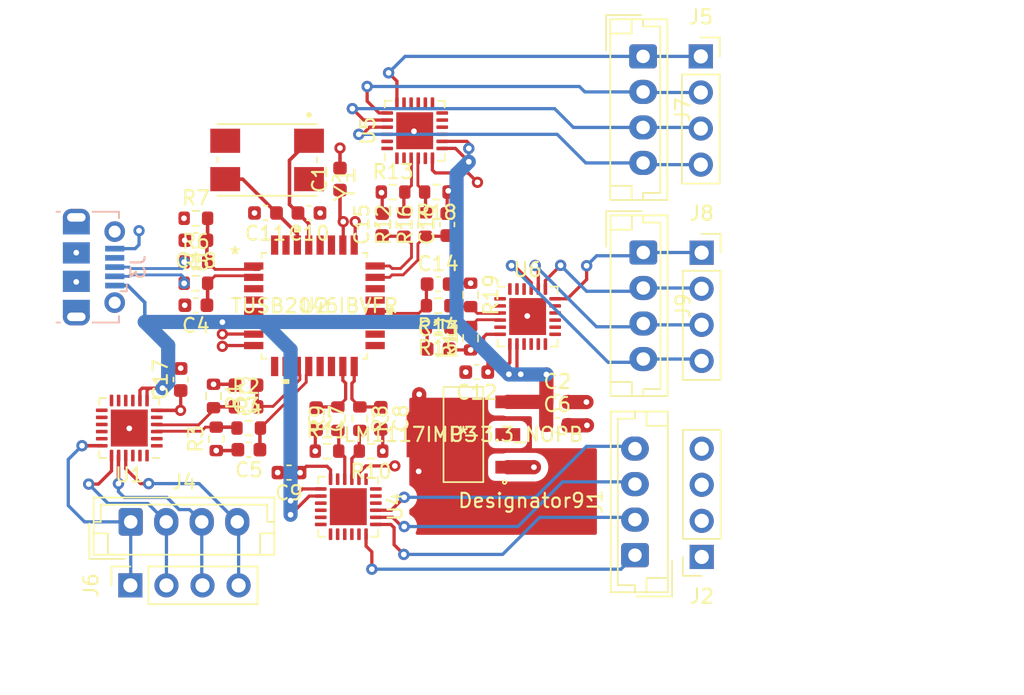
<source format=kicad_pcb>
(kicad_pcb (version 20171130) (host pcbnew 5.1.10-88a1d61d58~90~ubuntu20.04.1)
  (layers (0 USB.Cu signal) (1 GND.Cu power) (2 VDD.Cu power) (31 SIG.Cu signal) (35 F.Paste user) (37 F.SilkS user hide) (39 F.Mask user) (44 Edge.Cuts user))
  (net 0 "")
  (net 1 GND)
  (net 2 VDD)
  (net 3 VBUS)
  (net 4 /4_D+)
  (net 5 /USB_D-)
  (net 6 /1_D-)
  (net 7 /1_D+)
  (net 8 "Net-(C11-Pad1)")
  (net 9 /2_D-)
  (net 10 /2_D+)
  (net 11 /3_D+)
  (net 12 /3_D-)
  (net 13 "Net-(J1-Pad4)")
  (net 14 "Net-(J1-Pad3)")
  (net 15 "Net-(J1-Pad2)")
  (net 16 "Net-(J1-Pad1)")
  (net 17 /USB_D+)
  (net 18 "Net-(J4-Pad4)")
  (net 19 "Net-(J4-Pad3)")
  (net 20 "Net-(J4-Pad2)")
  (net 21 "Net-(J4-Pad1)")
  (net 22 "Net-(J5-Pad4)")
  (net 23 "Net-(J5-Pad3)")
  (net 24 "Net-(J5-Pad2)")
  (net 25 "Net-(J5-Pad1)")
  (net 26 "Net-(J8-Pad4)")
  (net 27 "Net-(J8-Pad3)")
  (net 28 "Net-(J8-Pad2)")
  (net 29 "Net-(J8-Pad1)")
  (net 30 "Net-(U1-Pad24)")
  (net 31 "Net-(U1-Pad23)")
  (net 32 "Net-(U1-Pad22)")
  (net 33 "Net-(U1-Pad17)")
  (net 34 "Net-(U1-Pad16)")
  (net 35 "Net-(U1-Pad15)")
  (net 36 "Net-(U1-Pad14)")
  (net 37 "Net-(U1-Pad13)")
  (net 38 "Net-(U1-Pad12)")
  (net 39 "Net-(U1-Pad11)")
  (net 40 "Net-(U1-Pad10)")
  (net 41 "Net-(U1-Pad9)")
  (net 42 "Net-(U1-Pad5)")
  (net 43 "Net-(U1-Pad2)")
  (net 44 "Net-(U1-Pad1)")
  (net 45 "Net-(U2-Pad32)")
  (net 46 "Net-(U2-Pad31)")
  (net 47 "Net-(U2-Pad27)")
  (net 48 "Net-(U2-Pad22)")
  (net 49 "Net-(U2-Pad21)")
  (net 50 "Net-(U2-Pad18)")
  (net 51 "Net-(U2-Pad17)")
  (net 52 "Net-(U2-Pad14)")
  (net 53 "Net-(U2-Pad13)")
  (net 54 "Net-(U2-Pad10)")
  (net 55 "Net-(U2-Pad9)")
  (net 56 "Net-(U2-Pad5)")
  (net 57 "Net-(U2-Pad4)")
  (net 58 "Net-(U2-Pad3)")
  (net 59 "Net-(U3-Pad2)")
  (net 60 "Net-(U4-Pad25)")
  (net 61 "Net-(U4-Pad24)")
  (net 62 "Net-(U4-Pad23)")
  (net 63 "Net-(U4-Pad22)")
  (net 64 "Net-(U4-Pad17)")
  (net 65 "Net-(U4-Pad16)")
  (net 66 "Net-(U4-Pad15)")
  (net 67 "Net-(U4-Pad14)")
  (net 68 "Net-(U4-Pad13)")
  (net 69 "Net-(U4-Pad12)")
  (net 70 "Net-(U4-Pad11)")
  (net 71 "Net-(U4-Pad10)")
  (net 72 "Net-(U4-Pad9)")
  (net 73 "Net-(U4-Pad5)")
  (net 74 "Net-(U4-Pad1)")
  (net 75 "Net-(U5-Pad24)")
  (net 76 "Net-(U5-Pad23)")
  (net 77 "Net-(U5-Pad22)")
  (net 78 "Net-(U5-Pad17)")
  (net 79 "Net-(U5-Pad16)")
  (net 80 "Net-(U5-Pad15)")
  (net 81 "Net-(U5-Pad14)")
  (net 82 "Net-(U5-Pad13)")
  (net 83 "Net-(U5-Pad12)")
  (net 84 "Net-(U5-Pad11)")
  (net 85 "Net-(U5-Pad10)")
  (net 86 "Net-(U5-Pad9)")
  (net 87 "Net-(U5-Pad2)")
  (net 88 "Net-(U5-Pad1)")
  (net 89 "Net-(U6-Pad24)")
  (net 90 "Net-(U6-Pad23)")
  (net 91 "Net-(U6-Pad22)")
  (net 92 "Net-(U6-Pad17)")
  (net 93 "Net-(U6-Pad16)")
  (net 94 "Net-(U6-Pad15)")
  (net 95 "Net-(U6-Pad14)")
  (net 96 "Net-(U6-Pad13)")
  (net 97 "Net-(U6-Pad12)")
  (net 98 "Net-(U6-Pad11)")
  (net 99 "Net-(U6-Pad10)")
  (net 100 "Net-(U6-Pad9)")
  (net 101 "Net-(U6-Pad5)")
  (net 102 "Net-(U6-Pad2)")
  (net 103 "Net-(U6-Pad1)")
  (net 104 "Net-(C10-Pad2)")
  (net 105 /4_D-)
  (net 106 "Net-(U5-Pad5)")
  (net 107 "Net-(J3-Pad4)")
  (module Connector_USB:USB_Micro-B_Molex-105017-0001 (layer SIG.Cu) (at 148.9964 87.3252 90)
    (fp_text reference J3 (at 0 3.1125 -90) (layer B.SilkS) (effects (justify mirror)))
    (fp_text value USB_B_Micro)
    (pad 6 smd rect (at -2.9 -1.2375 90) (size 1.2 1.9) (layers SIG.Cu B.Mask) (net 1 GND))
    (pad 6 smd rect (at 2.9 -1.2375 90) (size 1.2 1.9) (layers SIG.Cu B.Mask) (net 1 GND))
    (pad 6 thru_hole oval (at 3.5 -1.2375 90) (size 1.2 1.9) (drill oval 0.6 1.3) (layers *.Cu *.Mask) (net 1 GND))
    (pad 6 thru_hole oval (at -3.5 -1.2375 270) (size 1.2 1.9) (drill oval 0.6 1.3) (layers *.Cu *.Mask) (net 1 GND))
    (pad 6 smd rect (at -1 -1.2375 90) (size 1.5 1.9) (layers SIG.Cu B.Paste B.Mask) (net 1 GND))
    (pad 6 thru_hole circle (at 2.5 1.4625 90) (size 1.45 1.45) (drill 0.85) (layers *.Cu *.Mask) (net 1 GND))
    (pad 3 smd rect (at 0 1.4625 90) (size 0.4 1.35) (layers SIG.Cu B.Paste B.Mask) (net 17 /USB_D+))
    (pad 4 smd rect (at 0.65 1.4625 90) (size 0.4 1.35) (layers SIG.Cu B.Paste B.Mask) (net 107 "Net-(J3-Pad4)"))
    (pad 5 smd rect (at 1.3 1.4625 90) (size 0.4 1.35) (layers SIG.Cu B.Paste B.Mask) (net 1 GND))
    (pad 1 smd rect (at -1.3 1.4625 90) (size 0.4 1.35) (layers SIG.Cu B.Paste B.Mask) (net 3 VBUS))
    (pad 2 smd rect (at -0.65 1.4625 90) (size 0.4 1.35) (layers SIG.Cu B.Paste B.Mask) (net 5 /USB_D-))
    (pad 6 thru_hole circle (at -2.5 1.4625 90) (size 1.45 1.45) (drill 0.85) (layers *.Cu *.Mask) (net 1 GND))
    (pad 6 smd rect (at 1 -1.2375 90) (size 1.5 1.9) (layers SIG.Cu B.Paste B.Mask) (net 1 GND))
  )
  (module FQ7050:OSC_FQ7050B-7.3728 (layer USB.Cu) (at 161.1884 79.7814 270)
    (fp_text reference Y1 (at 1.685 -5.499 90) (layer F.SilkS) (effects (font (size 1.4 1.4))))
    (fp_text value FQ7050B-7.3728)
    (pad 3 smd rect (at 1.35 2.95 270) (size 1.7 2.1) (layers USB.Cu F.Paste F.Mask) (net 8 "Net-(C11-Pad1)"))
    (pad 4 smd rect (at -1.35 2.95 270) (size 1.7 2.1) (layers USB.Cu F.Paste F.Mask))
    (pad 2 smd rect (at 1.35 -2.95 270) (size 1.7 2.1) (layers USB.Cu F.Paste F.Mask))
    (pad 1 smd rect (at -1.35 -2.95 270) (size 1.7 2.1) (layers USB.Cu F.Paste F.Mask) (net 104 "Net-(C10-Pad2)"))
  )
  (module Capacitor_SMD:C_0603_1608Metric (layer USB.Cu) (at 156.1751 85.4367 180)
    (fp_text reference C18 (at 0 -1.43) (layer F.SilkS))
    (fp_text value 22p)
    (pad 2 smd roundrect (at 0.775 0 180) (size 0.9 0.95) (layers USB.Cu F.Paste F.Mask) (net 1 GND))
    (pad 1 smd roundrect (at -0.775 0 180) (size 0.9 0.95) (layers USB.Cu F.Paste F.Mask) (net 17 /USB_D+))
  )
  (module Package_DFN_QFN:QFN-24-1EP_4x4mm_P0.5mm_EP2.6x2.6mm (layer USB.Cu) (at 179.5272 90.805)
    (fp_text reference U6 (at 0 -3.3) (layer F.SilkS))
    (fp_text value CP2102N-A01-GQFN24)
    (pad 25 smd rect (at 0 0) (size 2.6 2.6) (layers USB.Cu F.Mask) (net 1 GND))
    (pad 24 smd roundrect (at -1.25 -1.9375) (size 0.25 0.825) (layers USB.Cu F.Paste F.Mask) (net 89 "Net-(U6-Pad24)"))
    (pad 23 smd roundrect (at -0.75 -1.9375) (size 0.25 0.825) (layers USB.Cu F.Paste F.Mask) (net 90 "Net-(U6-Pad23)"))
    (pad 22 smd roundrect (at -0.25 -1.9375) (size 0.25 0.825) (layers USB.Cu F.Paste F.Mask) (net 91 "Net-(U6-Pad22)"))
    (pad 21 smd roundrect (at 0.25 -1.9375) (size 0.25 0.825) (layers USB.Cu F.Paste F.Mask) (net 26 "Net-(J8-Pad4)"))
    (pad 20 smd roundrect (at 0.75 -1.9375) (size 0.25 0.825) (layers USB.Cu F.Paste F.Mask) (net 27 "Net-(J8-Pad3)"))
    (pad 19 smd roundrect (at 1.25 -1.9375) (size 0.25 0.825) (layers USB.Cu F.Paste F.Mask) (net 28 "Net-(J8-Pad2)"))
    (pad 18 smd roundrect (at 1.9375 -1.25) (size 0.825 0.25) (layers USB.Cu F.Paste F.Mask) (net 29 "Net-(J8-Pad1)"))
    (pad 17 smd roundrect (at 1.9375 -0.75) (size 0.825 0.25) (layers USB.Cu F.Paste F.Mask) (net 92 "Net-(U6-Pad17)"))
    (pad 16 smd roundrect (at 1.9375 -0.25) (size 0.825 0.25) (layers USB.Cu F.Paste F.Mask) (net 93 "Net-(U6-Pad16)"))
    (pad 15 smd roundrect (at 1.9375 0.25) (size 0.825 0.25) (layers USB.Cu F.Paste F.Mask) (net 94 "Net-(U6-Pad15)"))
    (pad 14 smd roundrect (at 1.9375 0.75) (size 0.825 0.25) (layers USB.Cu F.Paste F.Mask) (net 95 "Net-(U6-Pad14)"))
    (pad 13 smd roundrect (at 1.9375 1.25) (size 0.825 0.25) (layers USB.Cu F.Paste F.Mask) (net 96 "Net-(U6-Pad13)"))
    (pad 12 smd roundrect (at 1.25 1.9375) (size 0.25 0.825) (layers USB.Cu F.Paste F.Mask) (net 97 "Net-(U6-Pad12)"))
    (pad 11 smd roundrect (at 0.75 1.9375) (size 0.25 0.825) (layers USB.Cu F.Paste F.Mask) (net 98 "Net-(U6-Pad11)"))
    (pad 10 smd roundrect (at 0.25 1.9375) (size 0.25 0.825) (layers USB.Cu F.Paste F.Mask) (net 99 "Net-(U6-Pad10)"))
    (pad 9 smd roundrect (at -0.25 1.9375) (size 0.25 0.825) (layers USB.Cu F.Paste F.Mask) (net 100 "Net-(U6-Pad9)"))
    (pad 8 smd roundrect (at -0.75 1.9375) (size 0.25 0.825) (layers USB.Cu F.Paste F.Mask) (net 3 VBUS))
    (pad 7 smd roundrect (at -1.25 1.9375) (size 0.25 0.825) (layers USB.Cu F.Paste F.Mask) (net 3 VBUS))
    (pad 6 smd roundrect (at -1.9375 1.25) (size 0.825 0.25) (layers USB.Cu F.Paste F.Mask) (net 2 VDD))
    (pad 5 smd roundrect (at -1.9375 0.75) (size 0.825 0.25) (layers USB.Cu F.Paste F.Mask) (net 101 "Net-(U6-Pad5)"))
    (pad 4 smd roundrect (at -1.9375 0.25) (size 0.825 0.25) (layers USB.Cu F.Paste F.Mask) (net 9 /2_D-))
    (pad 3 smd roundrect (at -1.9375 -0.25) (size 0.825 0.25) (layers USB.Cu F.Paste F.Mask) (net 10 /2_D+))
    (pad 2 smd roundrect (at -1.9375 -0.75) (size 0.825 0.25) (layers USB.Cu F.Paste F.Mask) (net 102 "Net-(U6-Pad2)"))
    (pad 1 smd roundrect (at -1.9375 -1.25) (size 0.825 0.25) (layers USB.Cu F.Paste F.Mask) (net 103 "Net-(U6-Pad1)"))
  )
  (module Package_DFN_QFN:QFN-24-1EP_4x4mm_P0.5mm_EP2.6x2.6mm (layer USB.Cu) (at 171.577 77.724 90)
    (fp_text reference U5 (at 0 -3.3 90) (layer F.SilkS))
    (fp_text value CP2102N-A01-GQFN24)
    (pad 25 smd rect (at 0 0 90) (size 2.6 2.6) (layers USB.Cu F.Mask) (net 1 GND))
    (pad 24 smd roundrect (at -1.25 -1.9375 90) (size 0.25 0.825) (layers USB.Cu F.Paste F.Mask) (net 75 "Net-(U5-Pad24)"))
    (pad 23 smd roundrect (at -0.75 -1.9375 90) (size 0.25 0.825) (layers USB.Cu F.Paste F.Mask) (net 76 "Net-(U5-Pad23)"))
    (pad 22 smd roundrect (at -0.25 -1.9375 90) (size 0.25 0.825) (layers USB.Cu F.Paste F.Mask) (net 77 "Net-(U5-Pad22)"))
    (pad 21 smd roundrect (at 0.25 -1.9375 90) (size 0.25 0.825) (layers USB.Cu F.Paste F.Mask) (net 22 "Net-(J5-Pad4)"))
    (pad 20 smd roundrect (at 0.75 -1.9375 90) (size 0.25 0.825) (layers USB.Cu F.Paste F.Mask) (net 23 "Net-(J5-Pad3)"))
    (pad 19 smd roundrect (at 1.25 -1.9375 90) (size 0.25 0.825) (layers USB.Cu F.Paste F.Mask) (net 24 "Net-(J5-Pad2)"))
    (pad 18 smd roundrect (at 1.9375 -1.25 90) (size 0.825 0.25) (layers USB.Cu F.Paste F.Mask) (net 25 "Net-(J5-Pad1)"))
    (pad 17 smd roundrect (at 1.9375 -0.75 90) (size 0.825 0.25) (layers USB.Cu F.Paste F.Mask) (net 78 "Net-(U5-Pad17)"))
    (pad 16 smd roundrect (at 1.9375 -0.25 90) (size 0.825 0.25) (layers USB.Cu F.Paste F.Mask) (net 79 "Net-(U5-Pad16)"))
    (pad 15 smd roundrect (at 1.9375 0.25 90) (size 0.825 0.25) (layers USB.Cu F.Paste F.Mask) (net 80 "Net-(U5-Pad15)"))
    (pad 14 smd roundrect (at 1.9375 0.75 90) (size 0.825 0.25) (layers USB.Cu F.Paste F.Mask) (net 81 "Net-(U5-Pad14)"))
    (pad 13 smd roundrect (at 1.9375 1.25 90) (size 0.825 0.25) (layers USB.Cu F.Paste F.Mask) (net 82 "Net-(U5-Pad13)"))
    (pad 12 smd roundrect (at 1.25 1.9375 90) (size 0.25 0.825) (layers USB.Cu F.Paste F.Mask) (net 83 "Net-(U5-Pad12)"))
    (pad 11 smd roundrect (at 0.75 1.9375 90) (size 0.25 0.825) (layers USB.Cu F.Paste F.Mask) (net 84 "Net-(U5-Pad11)"))
    (pad 10 smd roundrect (at 0.25 1.9375 90) (size 0.25 0.825) (layers USB.Cu F.Paste F.Mask) (net 85 "Net-(U5-Pad10)"))
    (pad 9 smd roundrect (at -0.25 1.9375 90) (size 0.25 0.825) (layers USB.Cu F.Paste F.Mask) (net 86 "Net-(U5-Pad9)"))
    (pad 8 smd roundrect (at -0.75 1.9375 90) (size 0.25 0.825) (layers USB.Cu F.Paste F.Mask) (net 3 VBUS))
    (pad 7 smd roundrect (at -1.25 1.9375 90) (size 0.25 0.825) (layers USB.Cu F.Paste F.Mask) (net 3 VBUS))
    (pad 6 smd roundrect (at -1.9375 1.25 90) (size 0.825 0.25) (layers USB.Cu F.Paste F.Mask) (net 2 VDD))
    (pad 5 smd roundrect (at -1.9375 0.75 90) (size 0.825 0.25) (layers USB.Cu F.Paste F.Mask) (net 106 "Net-(U5-Pad5)"))
    (pad 4 smd roundrect (at -1.9375 0.25 90) (size 0.825 0.25) (layers USB.Cu F.Paste F.Mask) (net 12 /3_D-))
    (pad 3 smd roundrect (at -1.9375 -0.25 90) (size 0.825 0.25) (layers USB.Cu F.Paste F.Mask) (net 11 /3_D+))
    (pad 2 smd roundrect (at -1.9375 -0.75 90) (size 0.825 0.25) (layers USB.Cu F.Paste F.Mask) (net 87 "Net-(U5-Pad2)"))
    (pad 1 smd roundrect (at -1.9375 -1.25 90) (size 0.825 0.25) (layers USB.Cu F.Paste F.Mask) (net 88 "Net-(U5-Pad1)"))
  )
  (module Package_DFN_QFN:QFN-24-1EP_4x4mm_P0.5mm_EP2.6x2.6mm (layer USB.Cu) (at 166.9034 104.1908 270)
    (fp_text reference U4 (at 0 -3.3 90) (layer F.SilkS))
    (fp_text value CP2102N-A01-GQFN24)
    (pad 25 smd rect (at 0 0 270) (size 2.6 2.6) (layers USB.Cu F.Mask) (net 60 "Net-(U4-Pad25)"))
    (pad 24 smd roundrect (at -1.25 -1.9375 270) (size 0.25 0.825) (layers USB.Cu F.Paste F.Mask) (net 61 "Net-(U4-Pad24)"))
    (pad 23 smd roundrect (at -0.75 -1.9375 270) (size 0.25 0.825) (layers USB.Cu F.Paste F.Mask) (net 62 "Net-(U4-Pad23)"))
    (pad 22 smd roundrect (at -0.25 -1.9375 270) (size 0.25 0.825) (layers USB.Cu F.Paste F.Mask) (net 63 "Net-(U4-Pad22)"))
    (pad 21 smd roundrect (at 0.25 -1.9375 270) (size 0.25 0.825) (layers USB.Cu F.Paste F.Mask) (net 13 "Net-(J1-Pad4)"))
    (pad 20 smd roundrect (at 0.75 -1.9375 270) (size 0.25 0.825) (layers USB.Cu F.Paste F.Mask) (net 14 "Net-(J1-Pad3)"))
    (pad 19 smd roundrect (at 1.25 -1.9375 270) (size 0.25 0.825) (layers USB.Cu F.Paste F.Mask) (net 15 "Net-(J1-Pad2)"))
    (pad 18 smd roundrect (at 1.9375 -1.25 270) (size 0.825 0.25) (layers USB.Cu F.Paste F.Mask) (net 16 "Net-(J1-Pad1)"))
    (pad 17 smd roundrect (at 1.9375 -0.75 270) (size 0.825 0.25) (layers USB.Cu F.Paste F.Mask) (net 64 "Net-(U4-Pad17)"))
    (pad 16 smd roundrect (at 1.9375 -0.25 270) (size 0.825 0.25) (layers USB.Cu F.Paste F.Mask) (net 65 "Net-(U4-Pad16)"))
    (pad 15 smd roundrect (at 1.9375 0.25 270) (size 0.825 0.25) (layers USB.Cu F.Paste F.Mask) (net 66 "Net-(U4-Pad15)"))
    (pad 14 smd roundrect (at 1.9375 0.75 270) (size 0.825 0.25) (layers USB.Cu F.Paste F.Mask) (net 67 "Net-(U4-Pad14)"))
    (pad 13 smd roundrect (at 1.9375 1.25 270) (size 0.825 0.25) (layers USB.Cu F.Paste F.Mask) (net 68 "Net-(U4-Pad13)"))
    (pad 12 smd roundrect (at 1.25 1.9375 270) (size 0.25 0.825) (layers USB.Cu F.Paste F.Mask) (net 69 "Net-(U4-Pad12)"))
    (pad 11 smd roundrect (at 0.75 1.9375 270) (size 0.25 0.825) (layers USB.Cu F.Paste F.Mask) (net 70 "Net-(U4-Pad11)"))
    (pad 10 smd roundrect (at 0.25 1.9375 270) (size 0.25 0.825) (layers USB.Cu F.Paste F.Mask) (net 71 "Net-(U4-Pad10)"))
    (pad 9 smd roundrect (at -0.25 1.9375 270) (size 0.25 0.825) (layers USB.Cu F.Paste F.Mask) (net 72 "Net-(U4-Pad9)"))
    (pad 8 smd roundrect (at -0.75 1.9375 270) (size 0.25 0.825) (layers USB.Cu F.Paste F.Mask) (net 3 VBUS))
    (pad 7 smd roundrect (at -1.25 1.9375 270) (size 0.25 0.825) (layers USB.Cu F.Paste F.Mask) (net 3 VBUS))
    (pad 6 smd roundrect (at -1.9375 1.25 270) (size 0.825 0.25) (layers USB.Cu F.Paste F.Mask) (net 2 VDD))
    (pad 5 smd roundrect (at -1.9375 0.75 270) (size 0.825 0.25) (layers USB.Cu F.Paste F.Mask) (net 73 "Net-(U4-Pad5)"))
    (pad 4 smd roundrect (at -1.9375 0.25 270) (size 0.825 0.25) (layers USB.Cu F.Paste F.Mask) (net 6 /1_D-))
    (pad 3 smd roundrect (at -1.9375 -0.25 270) (size 0.825 0.25) (layers USB.Cu F.Paste F.Mask) (net 7 /1_D+))
    (pad 2 smd roundrect (at -1.9375 -0.75 270) (size 0.825 0.25) (layers USB.Cu F.Paste F.Mask) (net 1 GND))
    (pad 1 smd roundrect (at -1.9375 -1.25 270) (size 0.825 0.25) (layers USB.Cu F.Paste F.Mask) (net 74 "Net-(U4-Pad1)"))
  )
  (module LM1117:LM1117IMP-3.3&slash_NOPB (layer USB.Cu) (at 175.006 99.1108 180)
    (fp_text reference U3 (at 0 0) (layer F.SilkS))
    (fp_text value LM1117IMP-3.3_NOPB (at 0 0) (layer F.SilkS))
    (fp_text user Designator9 (at -4.0894 -4.6482) (layer F.SilkS))
    (fp_text user * (at 0 0) (layer F.SilkS))
    (pad 4 smd rect (at 3.125 0 270) (size 3.200001 1.749999) (layers USB.Cu F.Paste F.Mask) (net 2 VDD))
    (pad 3 smd rect (at -3.125 2.3 270) (size 0.900001 1.749999) (layers USB.Cu F.Paste F.Mask) (net 3 VBUS))
    (pad 2 smd rect (at -3.125 0 270) (size 0.900001 1.749999) (layers USB.Cu F.Paste F.Mask) (net 59 "Net-(U3-Pad2)"))
    (pad 1 smd rect (at -3.125 -2.3 270) (size 0.900001 1.749999) (layers USB.Cu F.Paste F.Mask) (net 1 GND))
  )
  (module TUSB2046IBVFR:TUSB2046IBVFR (layer USB.Cu) (at 164.51865 90.046)
    (fp_text reference U2 (at 0 0) (layer F.SilkS))
    (fp_text value TUSB2046IBVFR (at 0 0) (layer F.SilkS))
    (fp_text user * (at -5.588 -3.581) (layer F.SilkS))
    (fp_text user * (at -5.588 -3.581) (layer F.SilkS))
    (pad 32 smd rect (at -2.799999 -4.27355) (size 0.508 1.3589) (layers USB.Cu F.Paste F.Mask) (net 45 "Net-(U2-Pad32)"))
    (pad 31 smd rect (at -1.999999 -4.27355) (size 0.508 1.3589) (layers USB.Cu F.Paste F.Mask) (net 46 "Net-(U2-Pad31)"))
    (pad 30 smd rect (at -1.2 -4.27355) (size 0.508 1.3589) (layers USB.Cu F.Paste F.Mask) (net 8 "Net-(C11-Pad1)"))
    (pad 29 smd rect (at -0.399999 -4.27355) (size 0.508 1.3589) (layers USB.Cu F.Paste F.Mask) (net 104 "Net-(C10-Pad2)"))
    (pad 28 smd rect (at 0.399999 -4.27355) (size 0.508 1.3589) (layers USB.Cu F.Paste F.Mask) (net 47 "Net-(U2-Pad27)"))
    (pad 27 smd rect (at 1.2 -4.27355) (size 0.508 1.3589) (layers USB.Cu F.Paste F.Mask) (net 47 "Net-(U2-Pad27)"))
    (pad 26 smd rect (at 2.000001 -4.27355) (size 0.508 1.3589) (layers USB.Cu F.Paste F.Mask) (net 2 VDD))
    (pad 25 smd rect (at 2.799999 -4.27355) (size 0.508 1.3589) (layers USB.Cu F.Paste F.Mask) (net 2 VDD))
    (pad 24 smd rect (at 4.27355 -2.799999 90) (size 0.508 1.3589) (layers USB.Cu F.Paste F.Mask) (net 11 /3_D+))
    (pad 23 smd rect (at 4.27355 -1.999999 90) (size 0.508 1.3589) (layers USB.Cu F.Paste F.Mask) (net 12 /3_D-))
    (pad 22 smd rect (at 4.27355 -1.2 90) (size 0.508 1.3589) (layers USB.Cu F.Paste F.Mask) (net 48 "Net-(U2-Pad22)"))
    (pad 21 smd rect (at 4.27355 -0.399999 90) (size 0.508 1.3589) (layers USB.Cu F.Paste F.Mask) (net 49 "Net-(U2-Pad21)"))
    (pad 20 smd rect (at 4.27355 0.399999 90) (size 0.508 1.3589) (layers USB.Cu F.Paste F.Mask) (net 10 /2_D+))
    (pad 19 smd rect (at 4.27355 1.2 90) (size 0.508 1.3589) (layers USB.Cu F.Paste F.Mask) (net 9 /2_D-))
    (pad 18 smd rect (at 4.27355 2.000001 90) (size 0.508 1.3589) (layers USB.Cu F.Paste F.Mask) (net 50 "Net-(U2-Pad18)"))
    (pad 17 smd rect (at 4.27355 2.799999 90) (size 0.508 1.3589) (layers USB.Cu F.Paste F.Mask) (net 51 "Net-(U2-Pad17)"))
    (pad 16 smd rect (at 2.799999 4.27355) (size 0.508 1.3589) (layers USB.Cu F.Paste F.Mask) (net 7 /1_D+))
    (pad 15 smd rect (at 1.999999 4.27355) (size 0.508 1.3589) (layers USB.Cu F.Paste F.Mask) (net 6 /1_D-))
    (pad 14 smd rect (at 1.2 4.27355) (size 0.508 1.3589) (layers USB.Cu F.Paste F.Mask) (net 52 "Net-(U2-Pad14)"))
    (pad 13 smd rect (at 0.399999 4.27355) (size 0.508 1.3589) (layers USB.Cu F.Paste F.Mask) (net 53 "Net-(U2-Pad13)"))
    (pad 12 smd rect (at -0.399999 4.27355) (size 0.508 1.3589) (layers USB.Cu F.Paste F.Mask) (net 4 /4_D+))
    (pad 11 smd rect (at -1.2 4.27355) (size 0.508 1.3589) (layers USB.Cu F.Paste F.Mask) (net 105 /4_D-))
    (pad 10 smd rect (at -2.000001 4.27355) (size 0.508 1.3589) (layers USB.Cu F.Paste F.Mask) (net 54 "Net-(U2-Pad10)"))
    (pad 9 smd rect (at -2.799999 4.27355) (size 0.508 1.3589) (layers USB.Cu F.Paste F.Mask) (net 55 "Net-(U2-Pad9)"))
    (pad 8 smd rect (at -4.27355 2.799999 90) (size 0.508 1.3589) (layers USB.Cu F.Paste F.Mask) (net 1 GND))
    (pad 7 smd rect (at -4.27355 1.999999 90) (size 0.508 1.3589) (layers USB.Cu F.Paste F.Mask) (net 1 GND))
    (pad 6 smd rect (at -4.27355 1.2 90) (size 0.508 1.3589) (layers USB.Cu F.Paste F.Mask) (net 1 GND))
    (pad 5 smd rect (at -4.27355 0.399999 90) (size 0.508 1.3589) (layers USB.Cu F.Paste F.Mask) (net 56 "Net-(U2-Pad5)"))
    (pad 4 smd rect (at -4.27355 -0.399999 90) (size 0.508 1.3589) (layers USB.Cu F.Paste F.Mask) (net 57 "Net-(U2-Pad4)"))
    (pad 3 smd rect (at -4.27355 -1.2 90) (size 0.508 1.3589) (layers USB.Cu F.Paste F.Mask) (net 58 "Net-(U2-Pad3)"))
    (pad 2 smd rect (at -4.27355 -2.000001 90) (size 0.508 1.3589) (layers USB.Cu F.Paste F.Mask) (net 5 /USB_D-))
    (pad 1 smd rect (at -4.27355 -2.799999 90) (size 0.508 1.3589) (layers USB.Cu F.Paste F.Mask) (net 17 /USB_D+))
  )
  (module Package_DFN_QFN:QFN-24-1EP_4x4mm_P0.5mm_EP2.6x2.6mm (layer USB.Cu) (at 151.4856 98.6536 180)
    (fp_text reference U1 (at 0 -3.3) (layer F.SilkS))
    (fp_text value CP2102N-A01-GQFN24)
    (pad 25 smd rect (at 0 0 180) (size 2.6 2.6) (layers USB.Cu F.Mask) (net 1 GND))
    (pad 24 smd roundrect (at -1.25 -1.9375 180) (size 0.25 0.825) (layers USB.Cu F.Paste F.Mask) (net 30 "Net-(U1-Pad24)"))
    (pad 23 smd roundrect (at -0.75 -1.9375 180) (size 0.25 0.825) (layers USB.Cu F.Paste F.Mask) (net 31 "Net-(U1-Pad23)"))
    (pad 22 smd roundrect (at -0.25 -1.9375 180) (size 0.25 0.825) (layers USB.Cu F.Paste F.Mask) (net 32 "Net-(U1-Pad22)"))
    (pad 21 smd roundrect (at 0.25 -1.9375 180) (size 0.25 0.825) (layers USB.Cu F.Paste F.Mask) (net 18 "Net-(J4-Pad4)"))
    (pad 20 smd roundrect (at 0.75 -1.9375 180) (size 0.25 0.825) (layers USB.Cu F.Paste F.Mask) (net 19 "Net-(J4-Pad3)"))
    (pad 19 smd roundrect (at 1.25 -1.9375 180) (size 0.25 0.825) (layers USB.Cu F.Paste F.Mask) (net 20 "Net-(J4-Pad2)"))
    (pad 18 smd roundrect (at 1.9375 -1.25 180) (size 0.825 0.25) (layers USB.Cu F.Paste F.Mask) (net 21 "Net-(J4-Pad1)"))
    (pad 17 smd roundrect (at 1.9375 -0.75 180) (size 0.825 0.25) (layers USB.Cu F.Paste F.Mask) (net 33 "Net-(U1-Pad17)"))
    (pad 16 smd roundrect (at 1.9375 -0.25 180) (size 0.825 0.25) (layers USB.Cu F.Paste F.Mask) (net 34 "Net-(U1-Pad16)"))
    (pad 15 smd roundrect (at 1.9375 0.25 180) (size 0.825 0.25) (layers USB.Cu F.Paste F.Mask) (net 35 "Net-(U1-Pad15)"))
    (pad 14 smd roundrect (at 1.9375 0.75 180) (size 0.825 0.25) (layers USB.Cu F.Paste F.Mask) (net 36 "Net-(U1-Pad14)"))
    (pad 13 smd roundrect (at 1.9375 1.25 180) (size 0.825 0.25) (layers USB.Cu F.Paste F.Mask) (net 37 "Net-(U1-Pad13)"))
    (pad 12 smd roundrect (at 1.25 1.9375 180) (size 0.25 0.825) (layers USB.Cu F.Paste F.Mask) (net 38 "Net-(U1-Pad12)"))
    (pad 11 smd roundrect (at 0.75 1.9375 180) (size 0.25 0.825) (layers USB.Cu F.Paste F.Mask) (net 39 "Net-(U1-Pad11)"))
    (pad 10 smd roundrect (at 0.25 1.9375 180) (size 0.25 0.825) (layers USB.Cu F.Paste F.Mask) (net 40 "Net-(U1-Pad10)"))
    (pad 9 smd roundrect (at -0.25 1.9375 180) (size 0.25 0.825) (layers USB.Cu F.Paste F.Mask) (net 41 "Net-(U1-Pad9)"))
    (pad 8 smd roundrect (at -0.75 1.9375 180) (size 0.25 0.825) (layers USB.Cu F.Paste F.Mask) (net 3 VBUS))
    (pad 7 smd roundrect (at -1.25 1.9375 180) (size 0.25 0.825) (layers USB.Cu F.Paste F.Mask) (net 3 VBUS))
    (pad 6 smd roundrect (at -1.9375 1.25 180) (size 0.825 0.25) (layers USB.Cu F.Paste F.Mask) (net 2 VDD))
    (pad 5 smd roundrect (at -1.9375 0.75 180) (size 0.825 0.25) (layers USB.Cu F.Paste F.Mask) (net 42 "Net-(U1-Pad5)"))
    (pad 4 smd roundrect (at -1.9375 0.25 180) (size 0.825 0.25) (layers USB.Cu F.Paste F.Mask) (net 105 /4_D-))
    (pad 3 smd roundrect (at -1.9375 -0.25 180) (size 0.825 0.25) (layers USB.Cu F.Paste F.Mask) (net 4 /4_D+))
    (pad 2 smd roundrect (at -1.9375 -0.75 180) (size 0.825 0.25) (layers USB.Cu F.Paste F.Mask) (net 43 "Net-(U1-Pad2)"))
    (pad 1 smd roundrect (at -1.9375 -1.25 180) (size 0.825 0.25) (layers USB.Cu F.Paste F.Mask) (net 44 "Net-(U1-Pad1)"))
  )
  (module Resistor_SMD:R_0603_1608Metric (layer USB.Cu) (at 175.514 89.281 270)
    (fp_text reference R19 (at 0 -1.43 90) (layer F.SilkS))
    (fp_text value 15k)
    (pad 2 smd roundrect (at 0.825 0 270) (size 0.8 0.95) (layers USB.Cu F.Paste F.Mask) (net 10 /2_D+))
    (pad 1 smd roundrect (at -0.825 0 270) (size 0.8 0.95) (layers USB.Cu F.Paste F.Mask) (net 1 GND))
  )
  (module Resistor_SMD:R_0603_1608Metric (layer USB.Cu) (at 173.101 82.042 180)
    (fp_text reference R18 (at 0 -1.43) (layer F.SilkS))
    (fp_text value 15k)
    (pad 2 smd roundrect (at 0.825 0 180) (size 0.8 0.95) (layers USB.Cu F.Paste F.Mask) (net 12 /3_D-))
    (pad 1 smd roundrect (at -0.825 0 180) (size 0.8 0.95) (layers USB.Cu F.Paste F.Mask) (net 1 GND))
  )
  (module Resistor_SMD:R_0603_1608Metric (layer USB.Cu) (at 175.514 92.329 90)
    (fp_text reference R17 (at 0 -1.43 90) (layer F.SilkS))
    (fp_text value 15k)
    (pad 2 smd roundrect (at 0.825 0 90) (size 0.8 0.95) (layers USB.Cu F.Paste F.Mask) (net 9 /2_D-))
    (pad 1 smd roundrect (at -0.825 0 90) (size 0.8 0.95) (layers USB.Cu F.Paste F.Mask) (net 1 GND))
  )
  (module Resistor_SMD:R_0603_1608Metric (layer USB.Cu) (at 172.339 84.328 90)
    (fp_text reference R16 (at 0 -1.43 90) (layer F.SilkS))
    (fp_text value 27)
    (pad 2 smd roundrect (at 0.825 0 90) (size 0.8 0.95) (layers USB.Cu F.Paste F.Mask) (net 12 /3_D-))
    (pad 1 smd roundrect (at -0.825 0 90) (size 0.8 0.95) (layers USB.Cu F.Paste F.Mask) (net 12 /3_D-))
  )
  (module Resistor_SMD:R_0603_1608Metric (layer USB.Cu) (at 173.228 91.567 180)
    (fp_text reference R15 (at 0 -1.43) (layer F.SilkS))
    (fp_text value 27)
    (pad 2 smd roundrect (at 0.825 0 180) (size 0.8 0.95) (layers USB.Cu F.Paste F.Mask) (net 9 /2_D-))
    (pad 1 smd roundrect (at -0.825 0 180) (size 0.8 0.95) (layers USB.Cu F.Paste F.Mask) (net 9 /2_D-))
  )
  (module Resistor_SMD:R_0603_1608Metric (layer USB.Cu) (at 173.228 90.043 180)
    (fp_text reference R14 (at 0 -1.43) (layer F.SilkS))
    (fp_text value 27)
    (pad 2 smd roundrect (at 0.825 0 180) (size 0.8 0.95) (layers USB.Cu F.Paste F.Mask) (net 10 /2_D+))
    (pad 1 smd roundrect (at -0.825 0 180) (size 0.8 0.95) (layers USB.Cu F.Paste F.Mask) (net 10 /2_D+))
  )
  (module Resistor_SMD:R_0603_1608Metric (layer USB.Cu) (at 170.053 82.042)
    (fp_text reference R13 (at 0 -1.43) (layer F.SilkS))
    (fp_text value 15k)
    (pad 2 smd roundrect (at 0.825 0) (size 0.8 0.95) (layers USB.Cu F.Paste F.Mask) (net 11 /3_D+))
    (pad 1 smd roundrect (at -0.825 0) (size 0.8 0.95) (layers USB.Cu F.Paste F.Mask) (net 1 GND))
  )
  (module Resistor_SMD:R_0603_1608Metric (layer USB.Cu) (at 170.815 84.328 90)
    (fp_text reference R12 (at 0 -1.43 90) (layer F.SilkS))
    (fp_text value 27)
    (pad 2 smd roundrect (at 0.825 0 90) (size 0.8 0.95) (layers USB.Cu F.Paste F.Mask) (net 11 /3_D+))
    (pad 1 smd roundrect (at -0.825 0 90) (size 0.8 0.95) (layers USB.Cu F.Paste F.Mask) (net 11 /3_D+))
  )
  (module Resistor_SMD:R_0603_1608Metric (layer USB.Cu) (at 165.4048 100.2792)
    (fp_text reference R11 (at 0 -1.43) (layer F.SilkS))
    (fp_text value 15k)
    (pad 2 smd roundrect (at 0.825 0) (size 0.8 0.95) (layers USB.Cu F.Paste F.Mask) (net 6 /1_D-))
    (pad 1 smd roundrect (at -0.825 0) (size 0.8 0.95) (layers USB.Cu F.Paste F.Mask) (net 1 GND))
  )
  (module Resistor_SMD:R_0603_1608Metric (layer USB.Cu) (at 168.5036 100.2792 180)
    (fp_text reference R10 (at 0 -1.43) (layer F.SilkS))
    (fp_text value 15k)
    (pad 2 smd roundrect (at 0.825 0 180) (size 0.8 0.95) (layers USB.Cu F.Paste F.Mask) (net 7 /1_D+))
    (pad 1 smd roundrect (at -0.825 0 180) (size 0.8 0.95) (layers USB.Cu F.Paste F.Mask) (net 1 GND))
  )
  (module Resistor_SMD:R_0603_1608Metric (layer USB.Cu) (at 166.1668 97.9932 90)
    (fp_text reference R9 (at 0 -1.43 90) (layer F.SilkS))
    (fp_text value 27)
    (pad 2 smd roundrect (at 0.825 0 90) (size 0.8 0.95) (layers USB.Cu F.Paste F.Mask) (net 6 /1_D-))
    (pad 1 smd roundrect (at -0.825 0 90) (size 0.8 0.95) (layers USB.Cu F.Paste F.Mask) (net 6 /1_D-))
  )
  (module Resistor_SMD:R_0603_1608Metric (layer USB.Cu) (at 167.7162 97.9932 270)
    (fp_text reference R8 (at 0 -1.43 90) (layer F.SilkS))
    (fp_text value 27)
    (pad 2 smd roundrect (at 0.825 0 270) (size 0.8 0.95) (layers USB.Cu F.Paste F.Mask) (net 7 /1_D+))
    (pad 1 smd roundrect (at -0.825 0 270) (size 0.8 0.95) (layers USB.Cu F.Paste F.Mask) (net 7 /1_D+))
  )
  (module Resistor_SMD:R_0603_1608Metric (layer USB.Cu) (at 156.1751 83.8873)
    (fp_text reference R7 (at 0 -1.43) (layer F.SilkS))
    (fp_text value 1.5k)
    (pad 2 smd roundrect (at 0.825 0) (size 0.8 0.95) (layers USB.Cu F.Paste F.Mask) (net 17 /USB_D+))
    (pad 1 smd roundrect (at -0.825 0) (size 0.8 0.95) (layers USB.Cu F.Paste F.Mask) (net 2 VDD))
  )
  (module Resistor_SMD:R_0603_1608Metric (layer USB.Cu) (at 156.1751 86.9607)
    (fp_text reference R6 (at 0 -1.43) (layer F.SilkS))
    (fp_text value 27)
    (pad 2 smd roundrect (at 0.825 0) (size 0.8 0.95) (layers USB.Cu F.Paste F.Mask) (net 17 /USB_D+))
    (pad 1 smd roundrect (at -0.825 0) (size 0.8 0.95) (layers USB.Cu F.Paste F.Mask) (net 17 /USB_D+))
  )
  (module Resistor_SMD:R_0603_1608Metric (layer USB.Cu) (at 156.1751 88.4593)
    (fp_text reference R5 (at 0 -1.43) (layer F.SilkS))
    (fp_text value 27)
    (pad 2 smd roundrect (at 0.825 0) (size 0.8 0.95) (layers USB.Cu F.Paste F.Mask) (net 5 /USB_D-))
    (pad 1 smd roundrect (at -0.825 0) (size 0.8 0.95) (layers USB.Cu F.Paste F.Mask) (net 5 /USB_D-))
  )
  (module Resistor_SMD:R_0603_1608Metric (layer USB.Cu) (at 159.893 98.6536)
    (fp_text reference R4 (at 0 -1.43) (layer F.SilkS))
    (fp_text value 27)
    (pad 2 smd roundrect (at 0.825 0) (size 0.8 0.95) (layers USB.Cu F.Paste F.Mask) (net 4 /4_D+))
    (pad 1 smd roundrect (at -0.825 0) (size 0.8 0.95) (layers USB.Cu F.Paste F.Mask) (net 4 /4_D+))
  )
  (module Resistor_SMD:R_0603_1608Metric (layer USB.Cu) (at 157.607 99.4156 90)
    (fp_text reference R3 (at 0 -1.43 90) (layer F.SilkS))
    (fp_text value 15k)
    (pad 2 smd roundrect (at 0.825 0 90) (size 0.8 0.95) (layers USB.Cu F.Paste F.Mask) (net 4 /4_D+))
    (pad 1 smd roundrect (at -0.825 0 90) (size 0.8 0.95) (layers USB.Cu F.Paste F.Mask) (net 1 GND))
  )
  (module Resistor_SMD:R_0603_1608Metric (layer USB.Cu) (at 159.703 97.1596)
    (fp_text reference R2 (at 0 -1.43) (layer F.SilkS))
    (fp_text value 27)
    (pad 2 smd roundrect (at 0.825 0) (size 0.8 0.95) (layers USB.Cu F.Paste F.Mask) (net 105 /4_D-))
    (pad 1 smd roundrect (at -0.825 0) (size 0.8 0.95) (layers USB.Cu F.Paste F.Mask) (net 105 /4_D-))
  )
  (module Resistor_SMD:R_0603_1608Metric (layer USB.Cu) (at 157.417 96.3976 270)
    (fp_text reference R1 (at 0 -1.43 90) (layer F.SilkS))
    (fp_text value 15k)
    (pad 2 smd roundrect (at 0.825 0 270) (size 0.8 0.95) (layers USB.Cu F.Paste F.Mask) (net 105 /4_D-))
    (pad 1 smd roundrect (at -0.825 0 270) (size 0.8 0.95) (layers USB.Cu F.Paste F.Mask) (net 1 GND))
  )
  (module Connector_JST:JST_EH_B4B-EH-A_1x04_P2.50mm_Vertical (layer USB.Cu) (at 187.67 86.2968 270)
    (fp_text reference J9 (at 3.75 -2.8 90) (layer F.SilkS))
    (fp_text value Conn_01x04_Female)
    (pad 4 thru_hole oval (at 7.5 0 270) (size 1.7 1.95) (drill 0.95) (layers *.Cu *.Mask) (net 26 "Net-(J8-Pad4)"))
    (pad 3 thru_hole oval (at 5 0 270) (size 1.7 1.95) (drill 0.95) (layers *.Cu *.Mask) (net 27 "Net-(J8-Pad3)"))
    (pad 2 thru_hole oval (at 2.5 0 270) (size 1.7 1.95) (drill 0.95) (layers *.Cu *.Mask) (net 28 "Net-(J8-Pad2)"))
    (pad 1 thru_hole roundrect (at 0 0 270) (size 1.7 1.95) (drill 0.95) (layers *.Cu *.Mask) (roundrect_rratio 0.147059) (net 29 "Net-(J8-Pad1)"))
  )
  (module Connector_PinSocket_2.54mm:PinSocket_1x04_P2.54mm_Vertical (layer USB.Cu) (at 191.7765 86.3103)
    (fp_text reference J8 (at 0 -2.77) (layer F.SilkS))
    (fp_text value Conn_01x04_Female)
    (pad 4 thru_hole oval (at 0 7.62) (size 1.7 1.7) (drill 1) (layers *.Cu *.Mask) (net 26 "Net-(J8-Pad4)"))
    (pad 3 thru_hole oval (at 0 5.08) (size 1.7 1.7) (drill 1) (layers *.Cu *.Mask) (net 27 "Net-(J8-Pad3)"))
    (pad 2 thru_hole oval (at 0 2.54) (size 1.7 1.7) (drill 1) (layers *.Cu *.Mask) (net 28 "Net-(J8-Pad2)"))
    (pad 1 thru_hole rect (at 0 0) (size 1.7 1.7) (drill 1) (layers *.Cu *.Mask) (net 29 "Net-(J8-Pad1)"))
  )
  (module Connector_JST:JST_EH_B4B-EH-A_1x04_P2.50mm_Vertical (layer USB.Cu) (at 187.6552 72.4916 270)
    (fp_text reference J7 (at 3.75 -2.8 90) (layer F.SilkS))
    (fp_text value Conn_01x04_Female)
    (pad 4 thru_hole oval (at 7.5 0 270) (size 1.7 1.95) (drill 0.95) (layers *.Cu *.Mask) (net 22 "Net-(J5-Pad4)"))
    (pad 3 thru_hole oval (at 5 0 270) (size 1.7 1.95) (drill 0.95) (layers *.Cu *.Mask) (net 23 "Net-(J5-Pad3)"))
    (pad 2 thru_hole oval (at 2.5 0 270) (size 1.7 1.95) (drill 0.95) (layers *.Cu *.Mask) (net 24 "Net-(J5-Pad2)"))
    (pad 1 thru_hole roundrect (at 0 0 270) (size 1.7 1.95) (drill 0.95) (layers *.Cu *.Mask) (roundrect_rratio 0.147059) (net 25 "Net-(J5-Pad1)"))
  )
  (module Connector_PinSocket_2.54mm:PinSocket_1x04_P2.54mm_Vertical (layer USB.Cu) (at 151.5618 109.728 90)
    (fp_text reference J6 (at 0 -2.77 90) (layer F.SilkS))
    (fp_text value Conn_01x04_Female)
    (pad 4 thru_hole oval (at 0 7.62 90) (size 1.7 1.7) (drill 1) (layers *.Cu *.Mask) (net 18 "Net-(J4-Pad4)"))
    (pad 3 thru_hole oval (at 0 5.08 90) (size 1.7 1.7) (drill 1) (layers *.Cu *.Mask) (net 19 "Net-(J4-Pad3)"))
    (pad 2 thru_hole oval (at 0 2.54 90) (size 1.7 1.7) (drill 1) (layers *.Cu *.Mask) (net 20 "Net-(J4-Pad2)"))
    (pad 1 thru_hole rect (at 0 0 90) (size 1.7 1.7) (drill 1) (layers *.Cu *.Mask) (net 21 "Net-(J4-Pad1)"))
  )
  (module Connector_PinSocket_2.54mm:PinSocket_1x04_P2.54mm_Vertical (layer USB.Cu) (at 191.7192 72.4916)
    (fp_text reference J5 (at 0 -2.77) (layer F.SilkS))
    (fp_text value Conn_01x04_Female)
    (pad 4 thru_hole oval (at 0 7.62) (size 1.7 1.7) (drill 1) (layers *.Cu *.Mask) (net 22 "Net-(J5-Pad4)"))
    (pad 3 thru_hole oval (at 0 5.08) (size 1.7 1.7) (drill 1) (layers *.Cu *.Mask) (net 23 "Net-(J5-Pad3)"))
    (pad 2 thru_hole oval (at 0 2.54) (size 1.7 1.7) (drill 1) (layers *.Cu *.Mask) (net 24 "Net-(J5-Pad2)"))
    (pad 1 thru_hole rect (at 0 0) (size 1.7 1.7) (drill 1) (layers *.Cu *.Mask) (net 25 "Net-(J5-Pad1)"))
  )
  (module Connector_JST:JST_EH_B4B-EH-A_1x04_P2.50mm_Vertical (layer USB.Cu) (at 151.5872 105.2576)
    (fp_text reference J4 (at 3.75 -2.8) (layer F.SilkS))
    (fp_text value Conn_01x04_Female)
    (pad 4 thru_hole oval (at 7.5 0) (size 1.7 1.95) (drill 0.95) (layers *.Cu *.Mask) (net 18 "Net-(J4-Pad4)"))
    (pad 3 thru_hole oval (at 5 0) (size 1.7 1.95) (drill 0.95) (layers *.Cu *.Mask) (net 19 "Net-(J4-Pad3)"))
    (pad 2 thru_hole oval (at 2.5 0) (size 1.7 1.95) (drill 0.95) (layers *.Cu *.Mask) (net 20 "Net-(J4-Pad2)"))
    (pad 1 thru_hole roundrect (at 0 0) (size 1.7 1.95) (drill 0.95) (layers *.Cu *.Mask) (roundrect_rratio 0.147059) (net 21 "Net-(J4-Pad1)"))
  )
  (module Connector_PinSocket_2.54mm:PinSocket_1x04_P2.54mm_Vertical (layer USB.Cu) (at 191.7838 107.729 180)
    (fp_text reference J2 (at 0 -2.77) (layer F.SilkS))
    (fp_text value Conn_01x04_Female)
    (pad 4 thru_hole oval (at 0 7.62 180) (size 1.7 1.7) (drill 1) (layers *.Cu *.Mask) (net 13 "Net-(J1-Pad4)"))
    (pad 3 thru_hole oval (at 0 5.08 180) (size 1.7 1.7) (drill 1) (layers *.Cu *.Mask) (net 14 "Net-(J1-Pad3)"))
    (pad 2 thru_hole oval (at 0 2.54 180) (size 1.7 1.7) (drill 1) (layers *.Cu *.Mask) (net 15 "Net-(J1-Pad2)"))
    (pad 1 thru_hole rect (at 0 0 180) (size 1.7 1.7) (drill 1) (layers *.Cu *.Mask) (net 16 "Net-(J1-Pad1)"))
  )
  (module Connector_JST:JST_EH_B4B-EH-A_1x04_P2.50mm_Vertical (layer USB.Cu) (at 187.0848 107.602 90)
    (fp_text reference J1 (at 3.75 -2.8 90) (layer F.SilkS))
    (fp_text value Conn_01x04_Female)
    (pad 4 thru_hole oval (at 7.5 0 90) (size 1.7 1.95) (drill 0.95) (layers *.Cu *.Mask) (net 13 "Net-(J1-Pad4)"))
    (pad 3 thru_hole oval (at 5 0 90) (size 1.7 1.95) (drill 0.95) (layers *.Cu *.Mask) (net 14 "Net-(J1-Pad3)"))
    (pad 2 thru_hole oval (at 2.5 0 90) (size 1.7 1.95) (drill 0.95) (layers *.Cu *.Mask) (net 15 "Net-(J1-Pad2)"))
    (pad 1 thru_hole roundrect (at 0 0 90) (size 1.7 1.95) (drill 0.95) (layers *.Cu *.Mask) (roundrect_rratio 0.147059) (net 16 "Net-(J1-Pad1)"))
  )
  (module Capacitor_SMD:C_0603_1608Metric (layer USB.Cu) (at 155.1051 95.2373 90)
    (fp_text reference C17 (at 0 -1.43 90) (layer F.SilkS))
    (fp_text value 100u)
    (pad 2 smd roundrect (at 0.775 0 90) (size 0.9 0.95) (layers USB.Cu F.Paste F.Mask) (net 1 GND))
    (pad 1 smd roundrect (at -0.775 0 90) (size 0.9 0.95) (layers USB.Cu F.Paste F.Mask) (net 2 VDD))
  )
  (module Capacitor_SMD:C_0603_1608Metric (layer USB.Cu) (at 173.863 84.328 90)
    (fp_text reference C16 (at 0 -1.43 90) (layer F.SilkS))
    (fp_text value 22p)
    (pad 2 smd roundrect (at 0.775 0 90) (size 0.9 0.95) (layers USB.Cu F.Paste F.Mask) (net 1 GND))
    (pad 1 smd roundrect (at -0.775 0 90) (size 0.9 0.95) (layers USB.Cu F.Paste F.Mask) (net 12 /3_D-))
  )
  (module Capacitor_SMD:C_0603_1608Metric (layer USB.Cu) (at 169.291 84.328 90)
    (fp_text reference C15 (at 0 -1.43 90) (layer F.SilkS))
    (fp_text value 22p)
    (pad 2 smd roundrect (at 0.775 0 90) (size 0.9 0.95) (layers USB.Cu F.Paste F.Mask) (net 1 GND))
    (pad 1 smd roundrect (at -0.775 0 90) (size 0.9 0.95) (layers USB.Cu F.Paste F.Mask) (net 11 /3_D+))
  )
  (module Capacitor_SMD:C_0603_1608Metric (layer USB.Cu) (at 173.228 88.519)
    (fp_text reference C14 (at 0 -1.43) (layer F.SilkS))
    (fp_text value 22p)
    (pad 2 smd roundrect (at 0.775 0) (size 0.9 0.95) (layers USB.Cu F.Paste F.Mask) (net 1 GND))
    (pad 1 smd roundrect (at -0.775 0) (size 0.9 0.95) (layers USB.Cu F.Paste F.Mask) (net 10 /2_D+))
  )
  (module Capacitor_SMD:C_0603_1608Metric (layer USB.Cu) (at 173.228 93.091)
    (fp_text reference C13 (at 0 -1.43) (layer F.SilkS))
    (fp_text value 22p)
    (pad 2 smd roundrect (at 0.775 0) (size 0.9 0.95) (layers USB.Cu F.Paste F.Mask) (net 1 GND))
    (pad 1 smd roundrect (at -0.775 0) (size 0.9 0.95) (layers USB.Cu F.Paste F.Mask) (net 9 /2_D-))
  )
  (module Capacitor_SMD:C_0603_1608Metric (layer USB.Cu) (at 175.9458 94.7166 180)
    (fp_text reference C12 (at 0 -1.43) (layer F.SilkS))
    (fp_text value 100u)
    (pad 2 smd roundrect (at 0.775 0 180) (size 0.9 0.95) (layers USB.Cu F.Paste F.Mask) (net 1 GND))
    (pad 1 smd roundrect (at -0.775 0 180) (size 0.9 0.95) (layers USB.Cu F.Paste F.Mask) (net 2 VDD))
  )
  (module Capacitor_SMD:C_0603_1608Metric (layer USB.Cu) (at 161.0744 83.5152 180)
    (fp_text reference C11 (at 0 -1.43) (layer F.SilkS))
    (fp_text value 27u)
    (pad 2 smd roundrect (at 0.775 0 180) (size 0.9 0.95) (layers USB.Cu F.Paste F.Mask) (net 1 GND))
    (pad 1 smd roundrect (at -0.775 0 180) (size 0.9 0.95) (layers USB.Cu F.Paste F.Mask) (net 8 "Net-(C11-Pad1)"))
  )
  (module Capacitor_SMD:C_0603_1608Metric (layer USB.Cu) (at 164.1348 83.5152 180)
    (fp_text reference C10 (at 0 -1.43) (layer F.SilkS))
    (fp_text value 27u)
    (pad 2 smd roundrect (at 0.775 0 180) (size 0.9 0.95) (layers USB.Cu F.Paste F.Mask) (net 104 "Net-(C10-Pad2)"))
    (pad 1 smd roundrect (at -0.775 0 180) (size 0.9 0.95) (layers USB.Cu F.Paste F.Mask) (net 1 GND))
  )
  (module Capacitor_SMD:C_0603_1608Metric (layer USB.Cu) (at 162.73 101.79 180)
    (fp_text reference C9 (at 0 -1.43) (layer F.SilkS))
    (fp_text value 100u)
    (pad 1 smd roundrect (at -0.775 0 180) (size 0.9 0.95) (layers USB.Cu F.Paste F.Mask) (net 2 VDD))
    (pad 2 smd roundrect (at 0.775 0 180) (size 0.9 0.95) (layers USB.Cu F.Paste F.Mask) (net 1 GND))
  )
  (module Capacitor_SMD:C_0603_1608Metric (layer USB.Cu) (at 169.1894 97.9678 270)
    (fp_text reference C8 (at 0 -1.43 90) (layer F.SilkS))
    (fp_text value 22p)
    (pad 2 smd roundrect (at 0.775 0 270) (size 0.9 0.95) (layers USB.Cu F.Paste F.Mask) (net 1 GND))
    (pad 1 smd roundrect (at -0.775 0 270) (size 0.9 0.95) (layers USB.Cu F.Paste F.Mask) (net 7 /1_D+))
  )
  (module Capacitor_SMD:C_0603_1608Metric (layer USB.Cu) (at 164.6428 97.9932 270)
    (fp_text reference C7 (at 0 -1.43 90) (layer F.SilkS))
    (fp_text value 22p)
    (pad 2 smd roundrect (at 0.775 0 270) (size 0.9 0.95) (layers USB.Cu F.Paste F.Mask) (net 1 GND))
    (pad 1 smd roundrect (at -0.775 0 270) (size 0.9 0.95) (layers USB.Cu F.Paste F.Mask) (net 6 /1_D-))
  )
  (module Capacitor_SMD:C_0603_1608Metric (layer USB.Cu) (at 181.61 98.4377)
    (fp_text reference C6 (at 0 -1.43) (layer F.SilkS))
    (fp_text value 0.1u)
    (pad 2 smd roundrect (at 0.775 0) (size 0.9 0.95) (layers USB.Cu F.Paste F.Mask) (net 1 GND))
    (pad 1 smd roundrect (at -0.775 0) (size 0.9 0.95) (layers USB.Cu F.Paste F.Mask) (net 3 VBUS))
  )
  (module Capacitor_SMD:C_0603_1608Metric (layer USB.Cu) (at 159.906 100.1776 180)
    (fp_text reference C5 (at 0 -1.43) (layer F.SilkS))
    (fp_text value 22p)
    (pad 2 smd roundrect (at 0.775 0 180) (size 0.9 0.95) (layers USB.Cu F.Paste F.Mask) (net 1 GND))
    (pad 1 smd roundrect (at -0.775 0 180) (size 0.9 0.95) (layers USB.Cu F.Paste F.Mask) (net 4 /4_D+))
  )
  (module Capacitor_SMD:C_0603_1608Metric (layer USB.Cu) (at 156.1751 90.0087 180)
    (fp_text reference C4 (at 0 -1.43) (layer F.SilkS))
    (fp_text value 22p)
    (pad 2 smd roundrect (at 0.775 0 180) (size 0.9 0.95) (layers USB.Cu F.Paste F.Mask) (net 1 GND))
    (pad 1 smd roundrect (at -0.775 0 180) (size 0.9 0.95) (layers USB.Cu F.Paste F.Mask) (net 5 /USB_D-))
  )
  (module Capacitor_SMD:C_0603_1608Metric (layer USB.Cu) (at 159.703 95.6356 180)
    (fp_text reference C3 (at 0 -1.43) (layer F.SilkS))
    (fp_text value 22p)
    (pad 2 smd roundrect (at 0.775 0 180) (size 0.9 0.95) (layers USB.Cu F.Paste F.Mask) (net 1 GND))
    (pad 1 smd roundrect (at -0.775 0 180) (size 0.9 0.95) (layers USB.Cu F.Paste F.Mask) (net 105 /4_D-))
  )
  (module Capacitor_SMD:C_0603_1608Metric (layer USB.Cu) (at 181.6224 96.8121)
    (fp_text reference C2 (at 0 -1.43) (layer F.SilkS))
    (fp_text value 1u)
    (pad 2 smd roundrect (at 0.775 0) (size 0.9 0.95) (layers USB.Cu F.Paste F.Mask) (net 1 GND))
    (pad 1 smd roundrect (at -0.775 0) (size 0.9 0.95) (layers USB.Cu F.Paste F.Mask) (net 3 VBUS))
  )
  (module Capacitor_SMD:C_0603_1608Metric (layer USB.Cu) (at 166.3192 81.1276 90)
    (fp_text reference C1 (at 0 -1.43 90) (layer F.SilkS))
    (fp_text value 100u)
    (pad 2 smd roundrect (at 0.775 0 90) (size 0.9 0.95) (layers USB.Cu F.Paste F.Mask) (net 1 GND))
    (pad 1 smd roundrect (at -0.775 0 90) (size 0.9 0.95) (layers USB.Cu F.Paste F.Mask) (net 2 VDD))
  )
  (via blind (at 155.3464 88.4682) (size 0.8) (drill 0.4) (layers USB.Cu SIG.Cu) (net 5))
  (via blind (at 155.3464 86.9696) (size 0.8) (drill 0.4) (layers USB.Cu SIG.Cu) (net 17))
  (via blind (at 147.7518 88.3666) (size 0.8) (drill 0.4) (layers GND.Cu SIG.Cu) (net 1))
  (via blind (at 147.7518 86.3092) (size 0.8) (drill 0.4) (layers GND.Cu SIG.Cu) (net 1))
  (via blind (at 175.1711 94.7166) (size 0.8) (drill 0.4) (layers USB.Cu GND.Cu) (net 1))
  (via blind (at 155.1051 94.4372) (size 0.8) (drill 0.4) (layers USB.Cu GND.Cu) (net 1))
  (via blind (at 183.7055 98.4631) (size 1) (drill 0.4) (layers USB.Cu GND.Cu) (net 1))
  (via blind (at 183.6674 96.8248) (size 1) (drill 0.4) (layers USB.Cu GND.Cu) (net 1))
  (via blind (at 175.387 79.9084) (size 0.8) (drill 0.4) (layers USB.Cu SIG.Cu) (net 3))
  (via blind (at 175.387 78.9686) (size 0.8) (drill 0.4) (layers USB.Cu SIG.Cu) (net 3))
  (via blind (at 151.4856 98.679) (size 0.8) (drill 0.4) (layers USB.Cu GND.Cu) (net 1))
  (via blind (at 150.7236 102.5652) (size 0.8) (drill 0.4) (layers USB.Cu SIG.Cu) (net 19))
  (via blind (at 148.63 102.6) (size 0.8) (drill 0.4) (layers USB.Cu SIG.Cu) (net 20))
  (via blind (at 148.1582 99.8982) (size 0.8) (drill 0.4) (layers USB.Cu SIG.Cu) (net 21))
  (via blind (at 160.2994 83.5152) (size 0.8) (drill 0.4) (layers USB.Cu GND.Cu) (net 1))
  (via blind (at 164.9222 83.5152) (size 0.8) (drill 0.4) (layers USB.Cu GND.Cu) (net 1))
  (via blind (at 155.3877 90.0087) (size 0.8) (drill 0.4) (layers USB.Cu GND.Cu) (net 1))
  (via blind (at 155.3877 85.4367) (size 0.8) (drill 0.4) (layers USB.Cu GND.Cu) (net 1))
  (via blind (at 158.0388 92.901) (size 0.8) (drill 0.4) (layers USB.Cu GND.Cu) (net 1))
  (via blind (at 158.0388 92.0374) (size 0.8) (drill 0.4) (layers USB.Cu GND.Cu) (net 1))
  (via blind (at 158.0388 91.1992) (size 0.8) (drill 0.4) (layers USB.Cu GND.Cu) (net 1))
  (via blind (at 171.5262 77.7626) (size 0.8) (drill 0.4) (layers USB.Cu GND.Cu) (net 1))
  (via blind (at 169.2402 82.0806) (size 0.8) (drill 0.4) (layers USB.Cu GND.Cu) (net 1))
  (via blind (at 173.9392 81.9536) (size 0.8) (drill 0.4) (layers USB.Cu GND.Cu) (net 1))
  (via blind (at 179.5018 90.7674) (size 0.8) (drill 0.4) (layers USB.Cu GND.Cu) (net 1))
  (via blind (at 175.514 93.155) (size 0.8) (drill 0.4) (layers USB.Cu GND.Cu) (net 1))
  (segment (start 174.066 88.456) (end 174.003 88.519) (width 0.228854) (layer USB.Cu) (net 1))
  (segment (start 175.514 88.456) (end 175.514 88.456) (width 0.228854) (layer USB.Cu) (net 1))
  (segment (start 174.066 93.154) (end 174.003 93.091) (width 0.228854) (layer USB.Cu) (net 1))
  (segment (start 175.514 93.154) (end 174.066 93.154) (width 0.228854) (layer USB.Cu) (net 1))
  (segment (start 175.514 88.456) (end 174.066 88.456) (width 0.228854) (layer USB.Cu) (net 1))
  (via blind (at 175.514 88.456) (size 0.8) (drill 0.4) (layers USB.Cu GND.Cu) (net 1))
  (segment (start 169.291 82.105) (end 169.228 82.042) (width 0.228854) (layer USB.Cu) (net 1))
  (segment (start 169.291 83.553) (end 169.291 82.105) (width 0.228854) (layer USB.Cu) (net 1))
  (segment (start 173.863 82.105) (end 173.926 82.042) (width 0.228854) (layer USB.Cu) (net 1))
  (segment (start 173.863 83.553) (end 173.863 82.105) (width 0.228854) (layer USB.Cu) (net 1))
  (segment (start 158.0856 91.246) (end 158.0388 91.1992) (width 0.228854) (layer USB.Cu) (net 1))
  (segment (start 160.2451 91.246) (end 158.0856 91.246) (width 0.228854) (layer USB.Cu) (net 1))
  (segment (start 160.236501 92.0374) (end 160.2451 92.045999) (width 0.228854) (layer USB.Cu) (net 1))
  (segment (start 158.0388 92.0374) (end 160.236501 92.0374) (width 0.228854) (layer USB.Cu) (net 1))
  (segment (start 158.093801 92.845999) (end 158.0388 92.901) (width 0.228854) (layer USB.Cu) (net 1))
  (segment (start 160.2451 92.845999) (end 158.093801 92.845999) (width 0.228854) (layer USB.Cu) (net 1))
  (segment (start 164.5798 98.8312) (end 164.6428 98.7682) (width 0.228854) (layer USB.Cu) (net 1))
  (segment (start 164.5798 100.2792) (end 164.5798 100.2792) (width 0.228854) (layer USB.Cu) (net 1))
  (segment (start 169.3286 98.882) (end 169.1894 98.7428) (width 0.228854) (layer USB.Cu) (net 1))
  (segment (start 169.3286 100.2792) (end 169.3286 100.2792) (width 0.228854) (layer USB.Cu) (net 1))
  (segment (start 169.3286 100.2792) (end 169.3286 98.882) (width 0.228854) (layer USB.Cu) (net 1))
  (via blind (at 169.3286 100.2792) (size 0.8) (drill 0.4) (layers USB.Cu GND.Cu) (net 1))
  (segment (start 164.5798 100.2792) (end 164.5798 98.8312) (width 0.228854) (layer USB.Cu) (net 1))
  (via blind (at 164.5798 100.2792) (size 0.8) (drill 0.4) (layers USB.Cu GND.Cu) (net 1))
  (via blind (at 170.18 101.3206) (size 0.8) (drill 0.4) (layers USB.Cu GND.Cu) (net 1))
  (segment (start 168.140528 101.3206) (end 167.6534 101.807728) (width 0.228854) (layer USB.Cu) (net 1))
  (segment (start 167.6534 101.807728) (end 167.6534 102.2533) (width 0.228854) (layer USB.Cu) (net 1))
  (segment (start 170.18 101.3206) (end 168.140528 101.3206) (width 0.228854) (layer USB.Cu) (net 1))
  (via blind (at 166.3192 78.9432) (size 0.8) (drill 0.4) (layers USB.Cu GND.Cu) (net 1))
  (segment (start 166.3192 78.9432) (end 166.3192 80.3526) (width 0.25) (layer USB.Cu) (net 1))
  (segment (start 158.865 95.5726) (end 158.928 95.6356) (width 0.25) (layer USB.Cu) (net 1))
  (segment (start 157.417 95.5726) (end 157.417 95.5726) (width 0.25) (layer USB.Cu) (net 1))
  (segment (start 159.068 100.2406) (end 159.131 100.1776) (width 0.25) (layer USB.Cu) (net 1))
  (segment (start 157.607 100.2406) (end 157.607 100.2406) (width 0.25) (layer USB.Cu) (net 1))
  (segment (start 157.417 95.5726) (end 158.865 95.5726) (width 0.25) (layer USB.Cu) (net 1))
  (via blind (at 157.417 95.5726) (size 0.8) (drill 0.4) (layers USB.Cu GND.Cu) (net 1))
  (segment (start 157.607 100.2406) (end 159.068 100.2406) (width 0.25) (layer USB.Cu) (net 1))
  (via blind (at 157.607 100.2406) (size 0.8) (drill 0.4) (layers USB.Cu GND.Cu) (net 1))
  (segment (start 182.4101 96.8248) (end 182.3974 96.8121) (width 1) (layer USB.Cu) (net 1))
  (segment (start 183.6674 96.8248) (end 182.4101 96.8248) (width 1) (layer USB.Cu) (net 1))
  (segment (start 182.4104 98.4631) (end 182.385 98.4377) (width 1) (layer USB.Cu) (net 1))
  (segment (start 183.7055 98.4631) (end 182.4104 98.4631) (width 1) (layer USB.Cu) (net 1))
  (via blind (at 179.9717 101.4095) (size 1) (drill 0.4) (layers USB.Cu GND.Cu) (net 1))
  (segment (start 178.1323 101.4095) (end 178.131 101.4108) (width 1) (layer USB.Cu) (net 1))
  (segment (start 179.9717 101.4095) (end 178.1323 101.4095) (width 1) (layer USB.Cu) (net 1))
  (via blind (at 161.93 101.79) (size 0.8) (drill 0.4) (layers USB.Cu GND.Cu) (net 1))
  (via blind (at 152.1714 84.7598) (size 0.8) (drill 0.4) (layers GND.Cu SIG.Cu) (net 1))
  (segment (start 152.1714 84.7598) (end 152.1714 85.7504) (width 0.228854) (layer SIG.Cu) (net 1))
  (segment (start 151.8966 86.0252) (end 150.4589 86.0252) (width 0.228854) (layer SIG.Cu) (net 1))
  (segment (start 152.1714 85.7504) (end 151.8966 86.0252) (width 0.228854) (layer SIG.Cu) (net 1))
  (via blind (at 153.8224 95.8469) (size 0.8) (drill 0.4) (layers USB.Cu SIG.Cu) (net 3))
  (via blind (at 162.8394 104.76) (size 0.8) (drill 0.4) (layers USB.Cu SIG.Cu) (net 3))
  (via blind (at 180.848 94.8817) (size 1) (drill 0.4) (layers USB.Cu SIG.Cu) (net 3))
  (via blind (at 171.8945 96.2787) (size 1) (drill 0.4) (layers USB.Cu VDD.Cu) (net 2))
  (via blind (at 171.8564 101.7016) (size 1) (drill 0.4) (layers USB.Cu VDD.Cu) (net 2))
  (via blind (at 179.0446 94.869) (size 0.8) (drill 0.4) (layers USB.Cu SIG.Cu) (net 3))
  (via blind (at 178.2064 94.869) (size 0.8) (drill 0.4) (layers USB.Cu SIG.Cu) (net 3))
  (via blind (at 152.85 102.5652) (size 0.8) (drill 0.4) (layers USB.Cu SIG.Cu) (net 18))
  (via blind (at 155.0924 97.409) (size 0.8) (drill 0.4) (layers USB.Cu VDD.Cu) (net 2))
  (via blind (at 155.3369 83.8873) (size 0.8) (drill 0.4) (layers USB.Cu VDD.Cu) (net 2))
  (via blind (at 176.7332 94.7166) (size 0.8) (drill 0.4) (layers USB.Cu VDD.Cu) (net 2))
  (via blind (at 163.51 101.8) (size 0.8) (drill 0.4) (layers USB.Cu VDD.Cu) (net 2))
  (via blind (at 167.386 84.1248) (size 0.8) (drill 0.4) (layers USB.Cu VDD.Cu) (net 2))
  (via blind (at 166.5478 84.1248) (size 0.8) (drill 0.4) (layers USB.Cu VDD.Cu) (net 2))
  (segment (start 167.386 85.705099) (end 167.318649 85.77245) (width 0.228854) (layer USB.Cu) (net 2))
  (segment (start 167.386 84.1248) (end 167.386 85.705099) (width 0.228854) (layer USB.Cu) (net 2))
  (segment (start 166.5478 85.743301) (end 166.518651 85.77245) (width 0.228854) (layer USB.Cu) (net 2))
  (segment (start 166.5478 84.1248) (end 166.5478 85.743301) (width 0.228854) (layer USB.Cu) (net 2))
  (segment (start 176.7332 93.9927) (end 176.7332 93.3196) (width 0.228854) (layer USB.Cu) (net 2))
  (segment (start 176.7332 93.3196) (end 176.4284 93.0148) (width 0.228854) (layer USB.Cu) (net 2))
  (segment (start 176.4284 93.0148) (end 176.4284 92.2528) (width 0.228854) (layer USB.Cu) (net 2))
  (segment (start 176.6262 92.055) (end 177.5897 92.055) (width 0.228854) (layer USB.Cu) (net 2))
  (segment (start 176.4284 92.2528) (end 176.6262 92.055) (width 0.228854) (layer USB.Cu) (net 2))
  (segment (start 165.6534 101.5946) (end 165.6534 102.2533) (width 0.228854) (layer USB.Cu) (net 2))
  (segment (start 165.4048 101.346) (end 165.6534 101.5946) (width 0.228854) (layer USB.Cu) (net 2))
  (segment (start 166.3192 83.8962) (end 166.5478 84.1248) (width 0.25) (layer USB.Cu) (net 2))
  (segment (start 166.3192 81.9026) (end 166.3192 83.8962) (width 0.25) (layer USB.Cu) (net 2))
  (segment (start 153.4285 97.409) (end 153.4231 97.4036) (width 0.25) (layer USB.Cu) (net 2))
  (segment (start 155.0924 97.409) (end 153.4285 97.409) (width 0.25) (layer USB.Cu) (net 2))
  (segment (start 171.8564 99.1354) (end 171.881 99.1108) (width 1) (layer USB.Cu) (net 2))
  (segment (start 171.8564 101.7016) (end 171.8564 99.1354) (width 1) (layer USB.Cu) (net 2))
  (segment (start 171.8945 99.0973) (end 171.881 99.1108) (width 1) (layer USB.Cu) (net 2))
  (segment (start 171.8945 96.2787) (end 171.8945 99.0973) (width 1) (layer USB.Cu) (net 2))
  (segment (start 155.1051 97.3963) (end 155.0924 97.409) (width 0.228854) (layer USB.Cu) (net 2))
  (segment (start 155.1051 96.0123) (end 155.1051 97.3963) (width 0.228854) (layer USB.Cu) (net 2))
  (segment (start 176.7332 93.9927) (end 176.7332 94.7166) (width 0.228854) (layer USB.Cu) (net 2))
  (via blind (at 175.9966 81.3562) (size 0.8) (drill 0.4) (layers USB.Cu VDD.Cu) (net 2))
  (segment (start 172.827 79.6617) (end 172.8216 79.6671) (width 0.228854) (layer USB.Cu) (net 2))
  (segment (start 172.827 79.6615) (end 172.827 79.6617) (width 0.228854) (layer USB.Cu) (net 2))
  (segment (start 172.8216 79.6671) (end 172.8216 80.4926) (width 0.228854) (layer USB.Cu) (net 2))
  (segment (start 172.8216 80.4926) (end 173.0248 80.6958) (width 0.228854) (layer USB.Cu) (net 2))
  (segment (start 175.3362 80.6958) (end 175.9966 81.3562) (width 0.228854) (layer USB.Cu) (net 2))
  (segment (start 173.0248 80.6958) (end 175.3362 80.6958) (width 0.228854) (layer USB.Cu) (net 2))
  (segment (start 163.949 101.346) (end 163.505 101.79) (width 0.228854) (layer USB.Cu) (net 2))
  (segment (start 165.4048 101.346) (end 163.949 101.346) (width 0.228854) (layer USB.Cu) (net 2))
  (segment (start 178.7772 94.6016) (end 178.7772 92.7425) (width 0.228854) (layer USB.Cu) (net 3))
  (segment (start 179.0446 94.869) (end 178.7772 94.6016) (width 0.228854) (layer USB.Cu) (net 3))
  (segment (start 178.2064 94.869) (end 178.2064 94.107) (width 0.228854) (layer USB.Cu) (net 3))
  (segment (start 178.2772 94.0362) (end 178.2772 92.7425) (width 0.228854) (layer USB.Cu) (net 3))
  (segment (start 178.2064 94.107) (end 178.2772 94.0362) (width 0.228854) (layer USB.Cu) (net 3))
  (segment (start 175.387 78.9686) (end 175.387 78.613) (width 0.228854) (layer USB.Cu) (net 3))
  (segment (start 175.248 78.474) (end 173.5145 78.474) (width 0.228854) (layer USB.Cu) (net 3))
  (segment (start 175.387 78.613) (end 175.248 78.474) (width 0.228854) (layer USB.Cu) (net 3))
  (segment (start 175.387 79.9084) (end 174.4472 78.9686) (width 0.228854) (layer USB.Cu) (net 3))
  (segment (start 173.5199 78.9686) (end 173.5145 78.974) (width 0.228854) (layer USB.Cu) (net 3))
  (segment (start 174.4472 78.9686) (end 173.5199 78.9686) (width 0.228854) (layer USB.Cu) (net 3))
  (segment (start 175.387 78.9686) (end 175.387 79.9084) (width 0.228854) (layer SIG.Cu) (net 3))
  (segment (start 174.5234 91.186) (end 178.2064 94.869) (width 1) (layer SIG.Cu) (net 3))
  (segment (start 174.5234 80.772) (end 174.5234 80.772) (width 1) (layer SIG.Cu) (net 3))
  (segment (start 174.5234 91.186) (end 174.5234 80.772) (width 1) (layer SIG.Cu) (net 3))
  (segment (start 178.1323 96.8121) (end 178.131 96.8108) (width 1) (layer USB.Cu) (net 3))
  (segment (start 180.8474 96.8121) (end 178.1323 96.8121) (width 1) (layer USB.Cu) (net 3))
  (segment (start 180.835 96.8245) (end 180.8474 96.8121) (width 1) (layer USB.Cu) (net 3))
  (segment (start 180.835 98.4377) (end 180.835 96.8245) (width 1) (layer USB.Cu) (net 3))
  (segment (start 180.8474 94.8823) (end 180.848 94.8817) (width 1) (layer USB.Cu) (net 3))
  (segment (start 180.8474 96.8121) (end 180.8474 94.8823) (width 1) (layer USB.Cu) (net 3))
  (segment (start 178.2191 94.8817) (end 178.2064 94.869) (width 1) (layer SIG.Cu) (net 3))
  (segment (start 180.848 94.8817) (end 178.2191 94.8817) (width 1) (layer SIG.Cu) (net 3))
  (segment (start 160.8836 91.186) (end 174.5234 91.186) (width 1) (layer SIG.Cu) (net 3))
  (segment (start 152.5778 91.186) (end 160.8836 91.186) (width 1) (layer SIG.Cu) (net 3))
  (segment (start 153.8224 95.8469) (end 152.8953 95.8469) (width 0.228854) (layer USB.Cu) (net 3))
  (segment (start 152.7356 96.0066) (end 152.7356 96.7161) (width 0.228854) (layer USB.Cu) (net 3))
  (segment (start 152.8953 95.8469) (end 152.7356 96.0066) (width 0.228854) (layer USB.Cu) (net 3))
  (segment (start 152.8953 95.8469) (end 152.3873 95.8469) (width 0.228854) (layer USB.Cu) (net 3))
  (segment (start 152.2356 95.9986) (end 152.2356 96.7161) (width 0.228854) (layer USB.Cu) (net 3))
  (segment (start 152.3873 95.8469) (end 152.2356 95.9986) (width 0.228854) (layer USB.Cu) (net 3))
  (segment (start 154.222399 92.830599) (end 152.5778 91.186) (width 1) (layer SIG.Cu) (net 3))
  (segment (start 154.222399 95.446901) (end 154.222399 92.830599) (width 1) (layer SIG.Cu) (net 3))
  (segment (start 153.8224 95.8469) (end 154.222399 95.446901) (width 1) (layer SIG.Cu) (net 3))
  (segment (start 174.5234 80.772) (end 175.387 79.9084) (width 1) (layer SIG.Cu) (net 3))
  (segment (start 162.8394 93.1418) (end 160.8836 91.186) (width 1) (layer SIG.Cu) (net 3))
  (segment (start 162.8394 103.77) (end 162.8394 93.1418) (width 1) (layer SIG.Cu) (net 3))
  (segment (start 162.8394 103.77) (end 162.8394 104.76) (width 1) (layer SIG.Cu) (net 3))
  (via blind (at 162.8394 103.77) (size 0.8) (drill 0.4) (layers USB.Cu SIG.Cu) (net 3))
  (segment (start 164.9652 103.4415) (end 164.9659 103.4408) (width 0.228854) (layer USB.Cu) (net 3))
  (segment (start 164.1586 103.4408) (end 164.9659 103.4408) (width 0.228854) (layer USB.Cu) (net 3))
  (segment (start 162.8394 104.76) (end 164.1586 103.4408) (width 0.228854) (layer USB.Cu) (net 3))
  (segment (start 163.6686 102.9408) (end 162.8394 103.77) (width 0.228854) (layer USB.Cu) (net 3))
  (segment (start 164.9659 102.9408) (end 163.6686 102.9408) (width 0.228854) (layer USB.Cu) (net 3))
  (segment (start 152.5778 89.8191) (end 152.5778 91.186) (width 0.25) (layer SIG.Cu) (net 3))
  (segment (start 151.3839 88.6252) (end 152.5778 89.8191) (width 0.25) (layer SIG.Cu) (net 3))
  (segment (start 150.4589 88.6252) (end 151.3839 88.6252) (width 0.25) (layer SIG.Cu) (net 3))
  (segment (start 164.118651 94.745) (end 164.118651 94.31955) (width 0.2) (layer USB.Cu) (net 4))
  (segment (start 163.94365 95.42795) (end 163.94365 94.920001) (width 0.2) (layer USB.Cu) (net 4))
  (segment (start 163.94365 94.920001) (end 164.118651 94.745) (width 0.2) (layer USB.Cu) (net 4))
  (segment (start 160.718 98.6536) (end 163.94365 95.42795) (width 0.2) (layer USB.Cu) (net 4))
  (segment (start 159.005 98.5906) (end 159.068 98.6536) (width 0.25) (layer USB.Cu) (net 4))
  (segment (start 157.607 98.5906) (end 159.005 98.5906) (width 0.25) (layer USB.Cu) (net 4))
  (segment (start 160.681 98.6906) (end 160.718 98.6536) (width 0.25) (layer USB.Cu) (net 4))
  (segment (start 160.681 100.1776) (end 160.681 98.6906) (width 0.25) (layer USB.Cu) (net 4))
  (segment (start 156.845397 98.5906) (end 157.607 98.5906) (width 0.2) (layer USB.Cu) (net 4))
  (segment (start 156.557397 98.8786) (end 156.845397 98.5906) (width 0.2) (layer USB.Cu) (net 4))
  (segment (start 153.4481 98.8786) (end 156.557397 98.8786) (width 0.2) (layer USB.Cu) (net 4))
  (segment (start 153.4231 98.9036) (end 153.4481 98.8786) (width 0.2) (layer USB.Cu) (net 4))
  (segment (start 157.0001 89.9587) (end 156.9501 90.0087) (width 0.25) (layer USB.Cu) (net 5))
  (segment (start 157.0001 88.4593) (end 157.0001 89.9587) (width 0.25) (layer USB.Cu) (net 5))
  (segment (start 157.0001 88.4593) (end 157.5244 87.935) (width 0.2) (layer USB.Cu) (net 5))
  (segment (start 160.185999 88.045999) (end 160.075 87.935) (width 0.228854) (layer USB.Cu) (net 5))
  (segment (start 160.2451 88.045999) (end 160.185999 88.045999) (width 0.228854) (layer USB.Cu) (net 5))
  (segment (start 157.5244 87.935) (end 160.075 87.935) (width 0.2) (layer USB.Cu) (net 5))
  (segment (start 151.471401 87.9752) (end 151.571401 87.8752) (width 0.2) (layer SIG.Cu) (net 5))
  (segment (start 150.4589 87.9752) (end 151.471401 87.9752) (width 0.2) (layer SIG.Cu) (net 5))
  (segment (start 155.3464 88.095) (end 155.1266 87.8752) (width 0.228854) (layer SIG.Cu) (net 5))
  (segment (start 155.3464 88.4682) (end 155.3464 88.095) (width 0.228854) (layer SIG.Cu) (net 5))
  (segment (start 151.571401 87.8752) (end 155.1266 87.8752) (width 0.2) (layer SIG.Cu) (net 5))
  (segment (start 166.2298 98.8812) (end 166.1668 98.8182) (width 0.228854) (layer USB.Cu) (net 6))
  (segment (start 166.2298 100.2792) (end 166.2298 98.8812) (width 0.228854) (layer USB.Cu) (net 6))
  (segment (start 164.6928 97.1682) (end 164.6428 97.2182) (width 0.228854) (layer USB.Cu) (net 6))
  (segment (start 166.1668 97.1682) (end 164.6928 97.1682) (width 0.228854) (layer USB.Cu) (net 6))
  (segment (start 166.1668 97.1682) (end 166.7165 96.6185) (width 0.2) (layer USB.Cu) (net 6))
  (segment (start 166.7165 96.6185) (end 166.7165 95.4949) (width 0.228854) (layer USB.Cu) (net 6))
  (segment (start 166.518649 95.297049) (end 166.518649 94.31955) (width 0.228854) (layer USB.Cu) (net 6))
  (segment (start 166.7165 95.4949) (end 166.518649 95.297049) (width 0.228854) (layer USB.Cu) (net 6))
  (segment (start 166.6534 100.7028) (end 166.2298 100.2792) (width 0.228854) (layer USB.Cu) (net 6))
  (segment (start 166.6534 102.2533) (end 166.6534 100.7028) (width 0.228854) (layer USB.Cu) (net 6))
  (segment (start 167.6786 98.8558) (end 167.7162 98.8182) (width 0.228854) (layer USB.Cu) (net 7))
  (segment (start 167.6786 100.2792) (end 167.6786 98.8558) (width 0.228854) (layer USB.Cu) (net 7))
  (segment (start 169.1648 97.1682) (end 169.1894 97.1928) (width 0.228854) (layer USB.Cu) (net 7))
  (segment (start 167.7162 97.1682) (end 169.1648 97.1682) (width 0.228854) (layer USB.Cu) (net 7))
  (segment (start 167.7162 97.1682) (end 167.1665 96.6185) (width 0.2) (layer USB.Cu) (net 7))
  (segment (start 167.1665 96.5799) (end 167.1574 96.5708) (width 0.228854) (layer USB.Cu) (net 7))
  (segment (start 167.1665 96.6185) (end 167.1665 96.5799) (width 0.228854) (layer USB.Cu) (net 7))
  (segment (start 167.1574 96.5708) (end 167.1574 95.504) (width 0.228854) (layer USB.Cu) (net 7))
  (segment (start 167.318649 95.342751) (end 167.318649 94.31955) (width 0.228854) (layer USB.Cu) (net 7))
  (segment (start 167.1574 95.504) (end 167.318649 95.342751) (width 0.228854) (layer USB.Cu) (net 7))
  (segment (start 167.1534 100.8044) (end 167.6786 100.2792) (width 0.228854) (layer USB.Cu) (net 7))
  (segment (start 167.1534 102.2533) (end 167.1534 100.8044) (width 0.228854) (layer USB.Cu) (net 7))
  (segment (start 163.31865 84.98445) (end 163.31865 85.77245) (width 0.25) (layer USB.Cu) (net 8))
  (segment (start 161.8494 83.5152) (end 163.31865 84.98445) (width 0.25) (layer USB.Cu) (net 8))
  (segment (start 159.4656 81.1314) (end 161.8494 83.5152) (width 0.25) (layer USB.Cu) (net 8))
  (segment (start 158.2384 81.1314) (end 159.4656 81.1314) (width 0.25) (layer USB.Cu) (net 8))
  (segment (start 172.453 91.617) (end 172.403 91.567) (width 0.228854) (layer USB.Cu) (net 9))
  (segment (start 172.453 93.091) (end 172.453 91.617) (width 0.228854) (layer USB.Cu) (net 9))
  (segment (start 172.403 91.567) (end 171.866 91.03) (width 0.2) (layer USB.Cu) (net 9))
  (segment (start 171.866 91.03) (end 171.59556 91.03) (width 0.2) (layer USB.Cu) (net 9))
  (segment (start 171.59556 91.03) (end 169.99024 91.03) (width 0.2) (layer USB.Cu) (net 9))
  (segment (start 169.77424 91.246) (end 169.99024 91.03) (width 0.228854) (layer USB.Cu) (net 9))
  (segment (start 168.7922 91.246) (end 169.77424 91.246) (width 0.228854) (layer USB.Cu) (net 9))
  (segment (start 174.116 91.504) (end 174.053 91.567) (width 0.228854) (layer USB.Cu) (net 9))
  (segment (start 175.514 91.504) (end 174.116 91.504) (width 0.228854) (layer USB.Cu) (net 9))
  (segment (start 177.5647 91.03) (end 177.5897 91.055) (width 0.2) (layer USB.Cu) (net 9))
  (segment (start 175.988 91.03) (end 177.5647 91.03) (width 0.2) (layer USB.Cu) (net 9))
  (segment (start 175.514 91.504) (end 175.988 91.03) (width 0.2) (layer USB.Cu) (net 9))
  (segment (start 172.403 88.569) (end 172.453 88.519) (width 0.228854) (layer USB.Cu) (net 10))
  (segment (start 172.403 90.043) (end 172.403 88.569) (width 0.228854) (layer USB.Cu) (net 10))
  (segment (start 172.403 90.043) (end 171.866 90.58) (width 0.2) (layer USB.Cu) (net 10))
  (segment (start 171.866 90.58) (end 171.78196 90.58) (width 0.2) (layer USB.Cu) (net 10))
  (segment (start 171.78196 90.58) (end 169.99024 90.58) (width 0.2) (layer USB.Cu) (net 10))
  (segment (start 168.7922 90.445999) (end 168.7922 90.46876) (width 0.228854) (layer USB.Cu) (net 10))
  (segment (start 169.856239 90.445999) (end 169.99024 90.58) (width 0.228854) (layer USB.Cu) (net 10))
  (segment (start 168.7922 90.445999) (end 169.856239 90.445999) (width 0.228854) (layer USB.Cu) (net 10))
  (segment (start 174.116 90.106) (end 174.053 90.043) (width 0.228854) (layer USB.Cu) (net 10))
  (segment (start 175.514 90.106) (end 174.116 90.106) (width 0.228854) (layer USB.Cu) (net 10))
  (segment (start 177.5647 90.58) (end 177.5897 90.555) (width 0.2) (layer USB.Cu) (net 10))
  (segment (start 175.988 90.58) (end 177.5647 90.58) (width 0.2) (layer USB.Cu) (net 10))
  (segment (start 175.514 90.106) (end 175.988 90.58) (width 0.2) (layer USB.Cu) (net 10))
  (segment (start 169.341 85.153) (end 169.291 85.103) (width 0.228854) (layer USB.Cu) (net 11))
  (segment (start 170.815 85.153) (end 169.341 85.153) (width 0.228854) (layer USB.Cu) (net 11))
  (segment (start 170.815 82.105) (end 170.878 82.042) (width 0.228854) (layer USB.Cu) (net 11))
  (segment (start 170.815 83.503) (end 170.815 82.105) (width 0.228854) (layer USB.Cu) (net 11))
  (segment (start 171.352 85.69) (end 171.352 86.6478) (width 0.2) (layer USB.Cu) (net 11))
  (segment (start 170.815 85.153) (end 171.352 85.69) (width 0.2) (layer USB.Cu) (net 11))
  (segment (start 169.811376 87.246001) (end 168.7922 87.246001) (width 0.2) (layer USB.Cu) (net 11))
  (segment (start 169.986376 87.421001) (end 169.811376 87.246001) (width 0.2) (layer USB.Cu) (net 11))
  (segment (start 170.578799 87.421001) (end 169.986376 87.421001) (width 0.2) (layer USB.Cu) (net 11))
  (segment (start 171.352 86.6478) (end 170.578799 87.421001) (width 0.2) (layer USB.Cu) (net 11))
  (segment (start 171.352 81.568) (end 170.878 82.042) (width 0.2) (layer USB.Cu) (net 11))
  (segment (start 171.352 79.6865) (end 171.352 81.568) (width 0.2) (layer USB.Cu) (net 11))
  (segment (start 171.327 79.6615) (end 171.352 79.6865) (width 0.2) (layer USB.Cu) (net 11))
  (segment (start 173.813 85.153) (end 173.863 85.103) (width 0.228854) (layer USB.Cu) (net 12))
  (segment (start 172.339 85.153) (end 173.813 85.153) (width 0.228854) (layer USB.Cu) (net 12))
  (segment (start 172.339 82.105) (end 172.276 82.042) (width 0.228854) (layer USB.Cu) (net 12))
  (segment (start 172.339 83.503) (end 172.339 82.105) (width 0.228854) (layer USB.Cu) (net 12))
  (segment (start 171.802 85.69) (end 171.802 86.8342) (width 0.2) (layer USB.Cu) (net 12))
  (segment (start 172.339 85.153) (end 171.802 85.69) (width 0.2) (layer USB.Cu) (net 12))
  (segment (start 169.811376 88.046001) (end 168.7922 88.046001) (width 0.2) (layer USB.Cu) (net 12))
  (segment (start 169.986376 87.871001) (end 169.811376 88.046001) (width 0.2) (layer USB.Cu) (net 12))
  (segment (start 171.802 86.8342) (end 170.765199 87.871001) (width 0.2) (layer USB.Cu) (net 12))
  (segment (start 170.765199 87.871001) (end 169.986376 87.871001) (width 0.2) (layer USB.Cu) (net 12))
  (segment (start 171.802 81.568) (end 172.276 82.042) (width 0.2) (layer USB.Cu) (net 12))
  (segment (start 171.802 79.6865) (end 171.802 81.568) (width 0.2) (layer USB.Cu) (net 12))
  (segment (start 171.827 79.6615) (end 171.802 79.6865) (width 0.2) (layer USB.Cu) (net 12))
  (via blind (at 170.84 103.53) (size 0.8) (drill 0.4) (layers USB.Cu SIG.Cu) (net 13))
  (segment (start 183.6744 99.942) (end 186.9948 99.942) (width 0.228854) (layer SIG.Cu) (net 13))
  (segment (start 180.04 103.53) (end 180.0632 103.5532) (width 0.228854) (layer SIG.Cu) (net 13))
  (segment (start 170.84 103.53) (end 180.04 103.53) (width 0.228854) (layer SIG.Cu) (net 13))
  (segment (start 180.0632 103.5532) (end 183.6744 99.942) (width 0.228854) (layer SIG.Cu) (net 13))
  (segment (start 169.9292 104.4408) (end 168.8409 104.4408) (width 0.228854) (layer USB.Cu) (net 13))
  (segment (start 170.84 103.53) (end 169.9292 104.4408) (width 0.228854) (layer USB.Cu) (net 13))
  (via blind (at 170.8404 105.5878) (size 0.8) (drill 0.4) (layers USB.Cu SIG.Cu) (net 14))
  (segment (start 170.672046 105.5878) (end 170.8404 105.5878) (width 0.228854) (layer USB.Cu) (net 14))
  (segment (start 170.025046 104.9408) (end 170.672046 105.5878) (width 0.228854) (layer USB.Cu) (net 14))
  (segment (start 168.8409 104.9408) (end 170.025046 104.9408) (width 0.228854) (layer USB.Cu) (net 14))
  (segment (start 170.8404 105.5878) (end 178.8414 105.5878) (width 0.228854) (layer SIG.Cu) (net 14))
  (segment (start 181.9872 102.442) (end 186.9948 102.442) (width 0.228854) (layer SIG.Cu) (net 14))
  (segment (start 178.8414 105.5878) (end 181.9872 102.442) (width 0.228854) (layer SIG.Cu) (net 14))
  (segment (start 187.0418 102.489) (end 186.9948 102.442) (width 0.228854) (layer SIG.Cu) (net 14))
  (via blind (at 168.56 108.59) (size 0.8) (drill 0.4) (layers USB.Cu SIG.Cu) (net 16))
  (segment (start 168.1534 106.1283) (end 168.1534 106.9648) (width 0.228854) (layer USB.Cu) (net 16))
  (segment (start 187.1218 107.569) (end 186.9948 107.442) (width 0.228854) (layer SIG.Cu) (net 16))
  (via blind (at 170.81 107.55) (size 0.8) (drill 0.4) (layers USB.Cu SIG.Cu) (net 15))
  (segment (start 170.125972 105.665972) (end 170.125972 106.865972) (width 0.228854) (layer USB.Cu) (net 15))
  (segment (start 170.125972 106.865972) (end 170.81 107.55) (width 0.228854) (layer USB.Cu) (net 15))
  (segment (start 169.9008 105.4408) (end 170.125972 105.665972) (width 0.228854) (layer USB.Cu) (net 15))
  (segment (start 168.8409 105.4408) (end 169.9008 105.4408) (width 0.228854) (layer USB.Cu) (net 15))
  (segment (start 177.7682 107.55) (end 180.3762 104.942) (width 0.228854) (layer SIG.Cu) (net 15))
  (segment (start 170.81 107.55) (end 177.7682 107.55) (width 0.228854) (layer SIG.Cu) (net 15))
  (segment (start 186.9248 104.942) (end 187.0848 105.102) (width 0.228854) (layer SIG.Cu) (net 15))
  (segment (start 180.3762 104.942) (end 186.9248 104.942) (width 0.228854) (layer SIG.Cu) (net 15))
  (segment (start 187.1718 105.189) (end 187.0848 105.102) (width 0.228854) (layer SIG.Cu) (net 15))
  (segment (start 168.56 107.3714) (end 168.1534 106.9648) (width 0.228854) (layer USB.Cu) (net 16))
  (segment (start 168.56 108.59) (end 168.56 107.3714) (width 0.228854) (layer USB.Cu) (net 16))
  (segment (start 186.0968 108.59) (end 187.0848 107.602) (width 0.228854) (layer SIG.Cu) (net 16))
  (segment (start 168.56 108.59) (end 186.0968 108.59) (width 0.228854) (layer SIG.Cu) (net 16))
  (segment (start 156.9501 86.9107) (end 157.0001 86.9607) (width 0.25) (layer USB.Cu) (net 17))
  (segment (start 156.9501 85.4367) (end 156.9501 86.9107) (width 0.25) (layer USB.Cu) (net 17))
  (segment (start 157.0001 85.3867) (end 156.9501 85.4367) (width 0.25) (layer USB.Cu) (net 17))
  (segment (start 157.0001 83.8873) (end 157.0001 85.3867) (width 0.25) (layer USB.Cu) (net 17))
  (segment (start 157.0001 86.9607) (end 157.5244 87.485) (width 0.2) (layer USB.Cu) (net 17))
  (segment (start 160.2451 87.246001) (end 160.2451 87.3749) (width 0.228854) (layer USB.Cu) (net 17))
  (segment (start 157.5244 87.485) (end 160.536352 87.485) (width 0.2) (layer USB.Cu) (net 17))
  (segment (start 160.2451 87.246001) (end 160.2451 87.2849) (width 0.228854) (layer USB.Cu) (net 17))
  (segment (start 160.277571 87.477571) (end 160.635 87.477571) (width 0.228854) (layer USB.Cu) (net 17))
  (segment (start 160.2451 87.4451) (end 160.277571 87.477571) (width 0.228854) (layer USB.Cu) (net 17))
  (segment (start 160.2451 87.246001) (end 160.2451 87.4451) (width 0.228854) (layer USB.Cu) (net 17))
  (segment (start 151.471401 87.3252) (end 151.571401 87.4252) (width 0.2) (layer SIG.Cu) (net 17))
  (segment (start 150.4589 87.3252) (end 151.471401 87.3252) (width 0.2) (layer SIG.Cu) (net 17))
  (segment (start 155.3464 87.2712) (end 155.1924 87.4252) (width 0.228854) (layer SIG.Cu) (net 17))
  (segment (start 155.3464 86.9696) (end 155.3464 87.2712) (width 0.228854) (layer SIG.Cu) (net 17))
  (segment (start 151.571401 87.4252) (end 155.1924 87.4252) (width 0.2) (layer SIG.Cu) (net 17))
  (segment (start 156.3948 102.5652) (end 159.0872 105.2576) (width 0.228854) (layer SIG.Cu) (net 18))
  (segment (start 152.284315 102.5652) (end 152.85 102.5652) (width 0.228854) (layer USB.Cu) (net 18))
  (segment (start 151.2356 101.516485) (end 152.284315 102.5652) (width 0.228854) (layer USB.Cu) (net 18))
  (segment (start 151.2356 100.5911) (end 151.2356 101.516485) (width 0.228854) (layer USB.Cu) (net 18))
  (segment (start 152.85 102.5652) (end 156.3948 102.5652) (width 0.228854) (layer SIG.Cu) (net 18))
  (segment (start 159.1818 105.3522) (end 159.0872 105.2576) (width 0.228854) (layer SIG.Cu) (net 18))
  (segment (start 159.1818 109.728) (end 159.1818 105.3522) (width 0.228854) (layer SIG.Cu) (net 18))
  (segment (start 150.7236 100.6031) (end 150.7356 100.5911) (width 0.25) (layer USB.Cu) (net 19))
  (segment (start 150.7236 102.5652) (end 150.7236 100.6031) (width 0.25) (layer USB.Cu) (net 19))
  (segment (start 155.7236 104.394) (end 156.5872 105.2576) (width 0.228854) (layer SIG.Cu) (net 19))
  (segment (start 154.140661 103.539299) (end 154.995362 104.394) (width 0.228854) (layer SIG.Cu) (net 19))
  (segment (start 154.995362 104.394) (end 155.7236 104.394) (width 0.228854) (layer SIG.Cu) (net 19))
  (segment (start 151.132014 103.539299) (end 154.140661 103.539299) (width 0.228854) (layer SIG.Cu) (net 19))
  (segment (start 150.7236 103.130885) (end 151.132014 103.539299) (width 0.228854) (layer SIG.Cu) (net 19))
  (segment (start 150.7236 102.5652) (end 150.7236 103.130885) (width 0.228854) (layer SIG.Cu) (net 19))
  (segment (start 156.5872 109.6734) (end 156.6418 109.728) (width 0.228854) (layer SIG.Cu) (net 19))
  (segment (start 156.5872 105.2576) (end 156.5872 109.6734) (width 0.228854) (layer SIG.Cu) (net 19))
  (segment (start 152.797763 103.968163) (end 154.0872 105.2576) (width 0.228854) (layer SIG.Cu) (net 20))
  (segment (start 150.621078 103.968163) (end 152.797763 103.968163) (width 0.228854) (layer SIG.Cu) (net 20))
  (segment (start 150.2356 100.5911) (end 150.2356 101.6744) (width 0.228854) (layer USB.Cu) (net 20))
  (segment (start 149.31 102.6) (end 148.63 102.6) (width 0.228854) (layer USB.Cu) (net 20))
  (segment (start 150.2356 101.6744) (end 149.31 102.6) (width 0.228854) (layer USB.Cu) (net 20))
  (segment (start 149.998163 103.968163) (end 150.621078 103.968163) (width 0.228854) (layer SIG.Cu) (net 20))
  (segment (start 148.63 102.6) (end 149.998163 103.968163) (width 0.228854) (layer SIG.Cu) (net 20))
  (segment (start 154.1018 105.2722) (end 154.0872 105.2576) (width 0.228854) (layer SIG.Cu) (net 20))
  (segment (start 154.1018 109.728) (end 154.1018 105.2722) (width 0.228854) (layer SIG.Cu) (net 20))
  (segment (start 149.5427 99.8982) (end 149.5481 99.9036) (width 0.25) (layer USB.Cu) (net 21))
  (segment (start 148.1582 99.8982) (end 149.5427 99.8982) (width 0.25) (layer USB.Cu) (net 21))
  (segment (start 150.7372 105.2576) (end 151.5872 105.2576) (width 0.228854) (layer SIG.Cu) (net 21))
  (segment (start 151.5872 105.2576) (end 148.3376 105.2576) (width 0.228854) (layer SIG.Cu) (net 21))
  (segment (start 148.3376 105.2576) (end 147.19 104.11) (width 0.228854) (layer SIG.Cu) (net 21))
  (segment (start 147.19 100.8664) (end 148.1582 99.8982) (width 0.228854) (layer SIG.Cu) (net 21))
  (segment (start 147.19 104.11) (end 147.19 100.8664) (width 0.228854) (layer SIG.Cu) (net 21))
  (segment (start 151.5872 109.7026) (end 151.5618 109.728) (width 0.228854) (layer SIG.Cu) (net 21))
  (segment (start 151.5872 105.2576) (end 151.5872 109.7026) (width 0.228854) (layer SIG.Cu) (net 21))
  (via blind (at 167.64 77.978) (size 0.8) (drill 0.4) (layers USB.Cu SIG.Cu) (net 22))
  (segment (start 168.406 77.474) (end 168.402 77.47) (width 0.228854) (layer USB.Cu) (net 22))
  (segment (start 169.6395 77.474) (end 168.406 77.474) (width 0.228854) (layer USB.Cu) (net 22))
  (segment (start 167.902 77.978) (end 167.64 77.978) (width 0.228854) (layer USB.Cu) (net 22))
  (segment (start 168.406 77.474) (end 167.902 77.978) (width 0.228854) (layer USB.Cu) (net 22))
  (segment (start 167.64 77.978) (end 181.61 77.978) (width 0.228854) (layer SIG.Cu) (net 22))
  (segment (start 183.6236 79.9916) (end 187.6552 79.9916) (width 0.228854) (layer SIG.Cu) (net 22))
  (segment (start 181.61 77.978) (end 183.6236 79.9916) (width 0.228854) (layer SIG.Cu) (net 22))
  (segment (start 187.7752 80.1116) (end 187.6552 79.9916) (width 0.228854) (layer SIG.Cu) (net 22))
  (segment (start 191.2112 80.1116) (end 187.7752 80.1116) (width 0.228854) (layer SIG.Cu) (net 22))
  (via blind (at 167.19 76.17) (size 0.8) (drill 0.4) (layers USB.Cu SIG.Cu) (net 23))
  (segment (start 182.7492 77.4916) (end 187.6552 77.4916) (width 0.228854) (layer SIG.Cu) (net 23))
  (segment (start 181.4276 76.17) (end 182.7492 77.4916) (width 0.228854) (layer SIG.Cu) (net 23))
  (segment (start 167.19 76.17) (end 181.4276 76.17) (width 0.228854) (layer SIG.Cu) (net 23))
  (segment (start 167.994 76.974) (end 167.19 76.17) (width 0.228854) (layer USB.Cu) (net 23))
  (segment (start 169.6395 76.974) (end 167.994 76.974) (width 0.228854) (layer USB.Cu) (net 23))
  (segment (start 191.1312 77.4916) (end 191.2112 77.5716) (width 0.228854) (layer SIG.Cu) (net 23))
  (segment (start 187.6552 77.4916) (end 191.1312 77.4916) (width 0.228854) (layer SIG.Cu) (net 23))
  (via blind (at 168.23 74.61) (size 0.8) (drill 0.4) (layers USB.Cu SIG.Cu) (net 24))
  (segment (start 183.555 74.9916) (end 187.6552 74.9916) (width 0.228854) (layer SIG.Cu) (net 24))
  (segment (start 183.1734 74.61) (end 183.555 74.9916) (width 0.228854) (layer SIG.Cu) (net 24))
  (segment (start 168.23 74.61) (end 183.1734 74.61) (width 0.228854) (layer SIG.Cu) (net 24))
  (segment (start 169.6395 76.474) (end 169.064 76.474) (width 0.228854) (layer USB.Cu) (net 24))
  (segment (start 168.23 75.64) (end 168.23 74.61) (width 0.228854) (layer USB.Cu) (net 24))
  (segment (start 169.064 76.474) (end 168.23 75.64) (width 0.228854) (layer USB.Cu) (net 24))
  (segment (start 187.6952 75.0316) (end 187.6552 74.9916) (width 0.228854) (layer SIG.Cu) (net 24))
  (segment (start 191.2112 75.0316) (end 187.6952 75.0316) (width 0.228854) (layer SIG.Cu) (net 24))
  (via blind (at 169.74 73.65) (size 0.8) (drill 0.4) (layers USB.Cu SIG.Cu) (net 25))
  (segment (start 170.8984 72.4916) (end 169.74 73.65) (width 0.228854) (layer SIG.Cu) (net 25))
  (segment (start 187.6552 72.4916) (end 170.8984 72.4916) (width 0.228854) (layer SIG.Cu) (net 25))
  (segment (start 170.327 74.237) (end 169.74 73.65) (width 0.228854) (layer USB.Cu) (net 25))
  (segment (start 170.327 75.7865) (end 170.327 74.237) (width 0.228854) (layer USB.Cu) (net 25))
  (segment (start 187.6552 72.4916) (end 191.2112 72.4916) (width 0.228854) (layer SIG.Cu) (net 25))
  (via blind (at 178.39 87.22) (size 0.8) (drill 0.4) (layers USB.Cu SIG.Cu) (net 26))
  (segment (start 178.575272 87.22) (end 178.39 87.22) (width 0.228854) (layer USB.Cu) (net 26))
  (segment (start 179.7772 88.421928) (end 178.575272 87.22) (width 0.228854) (layer USB.Cu) (net 26))
  (segment (start 179.7772 88.8675) (end 179.7772 88.421928) (width 0.228854) (layer USB.Cu) (net 26))
  (segment (start 185.1958 94.0258) (end 178.39 87.22) (width 0.228854) (layer SIG.Cu) (net 26))
  (segment (start 187.6806 94.0258) (end 185.1958 94.0258) (width 0.228854) (layer SIG.Cu) (net 26))
  (segment (start 191.135 93.7968) (end 191.2685 93.9303) (width 0.228854) (layer SIG.Cu) (net 26))
  (segment (start 187.67 93.7968) (end 191.135 93.7968) (width 0.228854) (layer SIG.Cu) (net 26))
  (via blind (at 180.06 87.21) (size 0.8) (drill 0.4) (layers USB.Cu SIG.Cu) (net 27))
  (segment (start 187.7726 91.6178) (end 187.6806 91.5258) (width 0.228854) (layer SIG.Cu) (net 27))
  (segment (start 180.2772 87.4272) (end 180.06 87.21) (width 0.228854) (layer USB.Cu) (net 27))
  (segment (start 180.2772 88.8675) (end 180.2772 87.4272) (width 0.228854) (layer USB.Cu) (net 27))
  (segment (start 184.3758 91.5258) (end 180.06 87.21) (width 0.228854) (layer SIG.Cu) (net 27))
  (segment (start 187.6806 91.5258) (end 184.3758 91.5258) (width 0.228854) (layer SIG.Cu) (net 27))
  (segment (start 187.7635 91.3903) (end 187.67 91.2968) (width 0.228854) (layer SIG.Cu) (net 27))
  (segment (start 191.2685 91.3903) (end 187.7635 91.3903) (width 0.228854) (layer SIG.Cu) (net 27))
  (segment (start 180.7772 88.8675) (end 180.7772 88.528432) (width 0.228854) (layer USB.Cu) (net 28))
  (segment (start 180.7772 88.2728) (end 181.85 87.2) (width 0.228854) (layer USB.Cu) (net 28))
  (segment (start 180.7772 88.8675) (end 180.7772 88.2728) (width 0.228854) (layer USB.Cu) (net 28))
  (via blind (at 181.85 87.2) (size 0.8) (drill 0.4) (layers USB.Cu SIG.Cu) (net 28))
  (segment (start 183.6758 89.0258) (end 181.85 87.2) (width 0.228854) (layer SIG.Cu) (net 28))
  (segment (start 187.6806 89.0258) (end 183.6758 89.0258) (width 0.228854) (layer SIG.Cu) (net 28))
  (segment (start 191.215 88.7968) (end 191.2685 88.8503) (width 0.228854) (layer SIG.Cu) (net 28))
  (segment (start 187.67 88.7968) (end 191.215 88.7968) (width 0.228854) (layer SIG.Cu) (net 28))
  (via blind (at 183.68 87.23) (size 0.8) (drill 0.4) (layers USB.Cu SIG.Cu) (net 29))
  (segment (start 182.325 89.555) (end 183.68 88.2) (width 0.228854) (layer USB.Cu) (net 29))
  (segment (start 183.68 88.2) (end 183.68 87.23) (width 0.228854) (layer USB.Cu) (net 29))
  (segment (start 181.4647 89.555) (end 182.325 89.555) (width 0.228854) (layer USB.Cu) (net 29))
  (segment (start 184.3842 86.5258) (end 183.68 87.23) (width 0.228854) (layer SIG.Cu) (net 29))
  (segment (start 187.6806 86.5258) (end 184.3842 86.5258) (width 0.228854) (layer SIG.Cu) (net 29))
  (segment (start 191.255 86.2968) (end 191.2685 86.3103) (width 0.228854) (layer SIG.Cu) (net 29))
  (segment (start 187.67 86.2968) (end 191.255 86.2968) (width 0.228854) (layer SIG.Cu) (net 29))
  (segment (start 164.118651 84.274051) (end 164.118651 85.77245) (width 0.25) (layer USB.Cu) (net 104))
  (segment (start 163.3598 83.5152) (end 164.118651 84.274051) (width 0.25) (layer USB.Cu) (net 104))
  (segment (start 162.763399 82.918799) (end 163.3598 83.5152) (width 0.25) (layer USB.Cu) (net 104))
  (segment (start 162.763399 79.806401) (end 162.763399 82.918799) (width 0.25) (layer USB.Cu) (net 104))
  (segment (start 164.1384 78.4314) (end 162.763399 79.806401) (width 0.25) (layer USB.Cu) (net 104))
  (segment (start 163.31865 94.745) (end 163.31865 94.31955) (width 0.2) (layer USB.Cu) (net 105))
  (segment (start 163.493651 95.241552) (end 163.493651 94.920001) (width 0.2) (layer USB.Cu) (net 105))
  (segment (start 161.605603 97.1296) (end 163.493651 95.241552) (width 0.2) (layer USB.Cu) (net 105))
  (segment (start 160.718 97.1296) (end 161.605603 97.1296) (width 0.2) (layer USB.Cu) (net 105))
  (segment (start 163.493651 94.920001) (end 163.31865 94.745) (width 0.2) (layer USB.Cu) (net 105))
  (segment (start 160.478 97.1096) (end 160.528 97.1596) (width 0.25) (layer USB.Cu) (net 105))
  (segment (start 160.478 95.6356) (end 160.478 97.1096) (width 0.25) (layer USB.Cu) (net 105))
  (segment (start 157.48 97.1596) (end 157.417 97.2226) (width 0.25) (layer USB.Cu) (net 105))
  (segment (start 158.878 97.1596) (end 157.48 97.1596) (width 0.25) (layer USB.Cu) (net 105))
  (segment (start 156.527198 98.272402) (end 157.607 97.1926) (width 0.2) (layer USB.Cu) (net 105))
  (segment (start 153.4481 98.4286) (end 156.371 98.4286) (width 0.2) (layer USB.Cu) (net 105))
  (segment (start 153.4231 98.4036) (end 153.4481 98.4286) (width 0.2) (layer USB.Cu) (net 105))
  (segment (start 156.371 98.4286) (end 156.527198 98.272402) (width 0.2) (layer USB.Cu) (net 105))
  (zone (net 2) (net_name VDD) (layer USB.Cu) (connect_pads yes (clearance 0.508)) (min_thickness 0.254) (fill yes (arc_segments 32) (thermal_gap 0.508) (thermal_bridge_width 0.508))
    (polygon (pts (xy 179.832 100.076) (xy 184.404 100.076) (xy 184.404 106.172) (xy 171.196 106.172) (xy 171.196 96.52) (xy 179.832 96.52)))
  )
)
</source>
